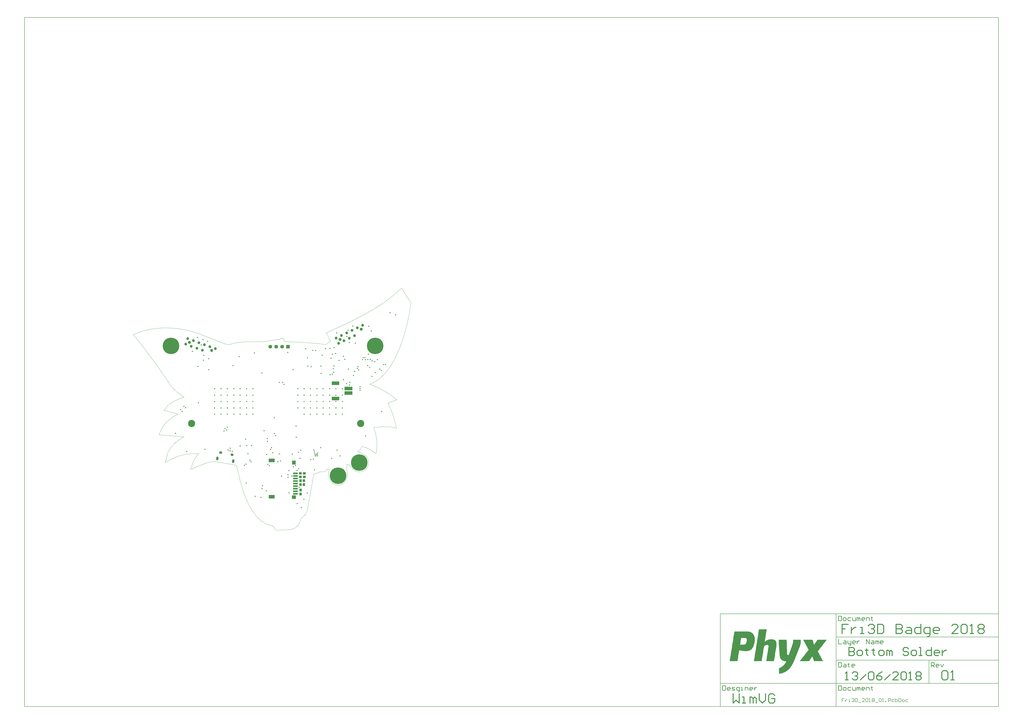
<source format=gbs>
G04*
G04 #@! TF.GenerationSoftware,Altium Limited,Altium Designer,18.1.6 (161)*
G04*
G04 Layer_Color=16711935*
%FSLAX25Y25*%
%MOIN*%
G70*
G01*
G75*
%ADD11C,0.00984*%
%ADD13C,0.00787*%
%ADD15C,0.00394*%
%ADD17C,0.01575*%
%ADD118R,0.04331X0.04724*%
%ADD121R,0.04724X0.04331*%
G04:AMPARAMS|DCode=128|XSize=64.96mil|YSize=39.37mil|CornerRadius=0mil|HoleSize=0mil|Usage=FLASHONLY|Rotation=80.000|XOffset=0mil|YOffset=0mil|HoleType=Round|Shape=Round|*
%AMOVALD128*
21,1,0.02559,0.03937,0.00000,0.00000,80.0*
1,1,0.03937,-0.00222,-0.01260*
1,1,0.03937,0.00222,0.01260*
%
%ADD128OVALD128*%

G04:AMPARAMS|DCode=129|XSize=53.15mil|YSize=41.34mil|CornerRadius=0mil|HoleSize=0mil|Usage=FLASHONLY|Rotation=170.000|XOffset=0mil|YOffset=0mil|HoleType=Round|Shape=Round|*
%AMOVALD129*
21,1,0.01181,0.04134,0.00000,0.00000,170.0*
1,1,0.04134,0.00582,-0.00103*
1,1,0.04134,-0.00582,0.00103*
%
%ADD129OVALD129*%

%ADD130C,0.04724*%
%ADD131C,0.05118*%
%ADD132C,0.27953*%
%ADD133C,0.12205*%
%ADD134C,0.00394*%
%ADD135C,0.06299*%
%ADD136R,0.06299X0.06299*%
%ADD160R,0.12598X0.05906*%
%ADD161R,0.13780X0.06299*%
%ADD162R,0.09843X0.05906*%
%ADD163R,0.06693X0.05906*%
%ADD164R,0.05906X0.06693*%
%ADD165R,0.08268X0.03150*%
%ADD166C,0.01968*%
G36*
X68297Y137618D02*
X68340D01*
Y137575D01*
X68297D01*
Y137532D01*
X68340D01*
Y137490D01*
X68383D01*
Y137447D01*
X68340D01*
Y137404D01*
X68383D01*
Y137362D01*
X68340D01*
Y137319D01*
X68383D01*
Y137276D01*
Y137234D01*
Y137191D01*
X68425D01*
Y137148D01*
Y137106D01*
Y137063D01*
X68468D01*
Y137021D01*
X68425D01*
Y136978D01*
X68468D01*
Y136935D01*
X68425D01*
Y136893D01*
X68468D01*
Y136850D01*
Y136807D01*
Y136765D01*
X68511D01*
Y136722D01*
Y136679D01*
Y136637D01*
X68553D01*
Y136594D01*
X68511D01*
Y136552D01*
X68553D01*
Y136509D01*
X68511D01*
Y136466D01*
X68553D01*
Y136424D01*
Y136381D01*
Y136338D01*
X68596D01*
Y136296D01*
Y136253D01*
Y136211D01*
X68638D01*
Y136168D01*
X68596D01*
Y136125D01*
X68638D01*
Y136083D01*
Y136040D01*
Y135997D01*
Y135955D01*
X68681D01*
Y135912D01*
Y135869D01*
Y135827D01*
Y135784D01*
X68724D01*
Y135741D01*
X68681D01*
Y135699D01*
X68724D01*
Y135656D01*
Y135614D01*
Y135571D01*
X68766D01*
Y135528D01*
Y135486D01*
Y135443D01*
Y135400D01*
Y135358D01*
X68809D01*
Y135315D01*
X68766D01*
Y135273D01*
X68809D01*
Y135230D01*
Y135187D01*
Y135145D01*
X68852D01*
Y135102D01*
Y135059D01*
Y135017D01*
Y134974D01*
Y134931D01*
X68894D01*
Y134889D01*
Y134846D01*
Y134803D01*
Y134761D01*
Y134718D01*
X68937D01*
Y134676D01*
Y134633D01*
Y134590D01*
X68980D01*
Y134548D01*
X68937D01*
Y134505D01*
X68980D01*
Y134462D01*
Y134420D01*
Y134377D01*
X69022D01*
Y134335D01*
X68980D01*
Y134292D01*
X69022D01*
Y134249D01*
Y134206D01*
Y134164D01*
X69065D01*
Y134121D01*
X69022D01*
Y134079D01*
X69065D01*
Y134036D01*
Y133993D01*
Y133951D01*
X69108D01*
Y133908D01*
X69065D01*
Y133865D01*
X69108D01*
Y133823D01*
Y133780D01*
Y133738D01*
X69150D01*
Y133695D01*
X69108D01*
Y133652D01*
X69150D01*
Y133610D01*
Y133567D01*
Y133524D01*
X69193D01*
Y133482D01*
X69150D01*
Y133439D01*
X69193D01*
Y133396D01*
X69235D01*
Y133354D01*
X69193D01*
Y133311D01*
X69235D01*
Y133268D01*
X69193D01*
Y133226D01*
X69235D01*
Y133183D01*
Y133141D01*
Y133098D01*
X69278D01*
Y133055D01*
Y133013D01*
Y132970D01*
X69321D01*
Y132927D01*
X69278D01*
Y132885D01*
X69321D01*
Y132842D01*
X69278D01*
Y132799D01*
X69321D01*
Y132757D01*
Y132714D01*
Y132672D01*
X69363D01*
Y132629D01*
Y132586D01*
Y132544D01*
X69406D01*
Y132501D01*
X69363D01*
Y132458D01*
X69406D01*
Y132416D01*
X69363D01*
Y132373D01*
X69406D01*
Y132331D01*
Y132288D01*
Y132245D01*
X69449D01*
Y132203D01*
Y132160D01*
Y132117D01*
X69491D01*
Y132075D01*
X69449D01*
Y132032D01*
X69491D01*
Y131989D01*
Y131947D01*
Y131904D01*
Y131861D01*
X69534D01*
Y131819D01*
Y131776D01*
Y131734D01*
Y131691D01*
X69577D01*
Y131648D01*
X69534D01*
Y131606D01*
X69577D01*
Y131563D01*
X69534D01*
Y131520D01*
X69577D01*
Y131478D01*
X69619D01*
Y131435D01*
Y131393D01*
Y131350D01*
Y131307D01*
Y131265D01*
X69662D01*
Y131222D01*
X69619D01*
Y131179D01*
X69662D01*
Y131137D01*
Y131094D01*
Y131051D01*
X69704D01*
Y131009D01*
Y130966D01*
Y130923D01*
Y130881D01*
Y130838D01*
X69747D01*
Y130796D01*
Y130753D01*
Y130710D01*
Y130668D01*
Y130625D01*
X69790D01*
Y130582D01*
Y130540D01*
Y130497D01*
X69832D01*
Y130455D01*
X69790D01*
Y130412D01*
X69832D01*
Y130369D01*
Y130326D01*
Y130284D01*
X69875D01*
Y130241D01*
X69832D01*
Y130199D01*
X69875D01*
Y130156D01*
X69918D01*
Y130113D01*
X69875D01*
Y130071D01*
X69918D01*
Y130028D01*
X69875D01*
Y129985D01*
X69918D01*
Y129943D01*
Y129900D01*
Y129858D01*
X69960D01*
Y129815D01*
X69918D01*
Y129772D01*
X69960D01*
Y129730D01*
Y129687D01*
Y129644D01*
X70003D01*
Y129602D01*
X69960D01*
Y129559D01*
X70003D01*
Y129516D01*
Y129474D01*
Y129431D01*
X70046D01*
Y129388D01*
X70003D01*
Y129346D01*
X70046D01*
Y129303D01*
X70088D01*
Y129261D01*
X70046D01*
Y129218D01*
X70088D01*
Y129175D01*
X70046D01*
Y129133D01*
X70088D01*
Y129090D01*
Y129047D01*
Y129005D01*
X70131D01*
Y128962D01*
Y128919D01*
Y128877D01*
X70173D01*
Y128834D01*
X70131D01*
Y128792D01*
X70173D01*
Y128749D01*
X70131D01*
Y128706D01*
X70173D01*
Y128664D01*
Y128621D01*
Y128578D01*
X70216D01*
Y128536D01*
Y128493D01*
Y128451D01*
X70259D01*
Y128408D01*
X70216D01*
Y128365D01*
X70259D01*
Y128323D01*
X70216D01*
Y128280D01*
X70259D01*
Y128237D01*
Y128195D01*
Y128152D01*
X70301D01*
Y128109D01*
Y128067D01*
Y128024D01*
X70344D01*
Y127981D01*
X70301D01*
Y127939D01*
X70344D01*
Y127896D01*
Y127854D01*
Y127811D01*
Y127768D01*
X70387D01*
Y127726D01*
Y127683D01*
Y127640D01*
Y127598D01*
X70429D01*
Y127555D01*
X70387D01*
Y127513D01*
X70429D01*
Y127470D01*
Y127427D01*
Y127385D01*
X70472D01*
Y127342D01*
Y127299D01*
Y127257D01*
Y127214D01*
Y127171D01*
X70515D01*
Y127129D01*
X70472D01*
Y127086D01*
X70515D01*
Y127043D01*
Y127001D01*
Y126958D01*
X70557D01*
Y126916D01*
Y126873D01*
Y126830D01*
Y126788D01*
Y126745D01*
X70600D01*
Y126702D01*
Y126660D01*
Y126617D01*
Y126575D01*
Y126532D01*
X70642D01*
Y126489D01*
Y126447D01*
Y126404D01*
X70685D01*
Y126447D01*
Y126489D01*
Y126532D01*
X70728D01*
Y126575D01*
Y126617D01*
Y126660D01*
X70770D01*
Y126702D01*
X70728D01*
Y126745D01*
X70770D01*
Y126788D01*
Y126830D01*
Y126873D01*
X70813D01*
Y126916D01*
X70770D01*
Y126958D01*
X70813D01*
Y127001D01*
Y127043D01*
Y127086D01*
X70856D01*
Y127129D01*
X70813D01*
Y127171D01*
X70856D01*
Y127214D01*
Y127257D01*
Y127299D01*
X70898D01*
Y127342D01*
X70856D01*
Y127385D01*
X70898D01*
Y127427D01*
X70941D01*
Y127470D01*
X70898D01*
Y127513D01*
X70941D01*
Y127555D01*
X70898D01*
Y127598D01*
X70941D01*
Y127640D01*
Y127683D01*
Y127726D01*
X70983D01*
Y127768D01*
Y127811D01*
Y127854D01*
X71026D01*
Y127896D01*
X70983D01*
Y127939D01*
X71026D01*
Y127981D01*
Y128024D01*
Y128067D01*
Y128109D01*
X71069D01*
Y128152D01*
Y128195D01*
Y128237D01*
Y128280D01*
X71111D01*
Y128323D01*
X71069D01*
Y128365D01*
X71111D01*
Y128408D01*
Y128451D01*
Y128493D01*
X71154D01*
Y128536D01*
Y128578D01*
Y128621D01*
Y128664D01*
Y128706D01*
X71197D01*
Y128749D01*
X71154D01*
Y128792D01*
X71197D01*
Y128834D01*
Y128877D01*
Y128919D01*
X71239D01*
Y128962D01*
Y129005D01*
Y129047D01*
X71282D01*
Y129090D01*
X71239D01*
Y129133D01*
X71282D01*
Y129175D01*
Y129218D01*
Y129261D01*
X71325D01*
Y129303D01*
X71282D01*
Y129346D01*
X71325D01*
Y129388D01*
Y129431D01*
Y129474D01*
X71367D01*
Y129516D01*
X71325D01*
Y129559D01*
X71367D01*
Y129602D01*
Y129644D01*
Y129687D01*
X71410D01*
Y129730D01*
Y129772D01*
Y129815D01*
X71452D01*
Y129858D01*
X71410D01*
Y129900D01*
X71452D01*
Y129943D01*
X71410D01*
Y129985D01*
X71452D01*
Y130028D01*
Y130071D01*
Y130113D01*
X71495D01*
Y130156D01*
Y130199D01*
Y130241D01*
X72561D01*
Y130199D01*
X72518D01*
Y130156D01*
X72561D01*
Y130113D01*
Y130071D01*
Y130028D01*
X72604D01*
Y129985D01*
Y129943D01*
Y129900D01*
Y129858D01*
Y129815D01*
X72646D01*
Y129772D01*
Y129730D01*
Y129687D01*
Y129644D01*
Y129602D01*
X72689D01*
Y129559D01*
Y129516D01*
Y129474D01*
X72732D01*
Y129431D01*
X72689D01*
Y129388D01*
X72732D01*
Y129346D01*
Y129303D01*
Y129261D01*
X72774D01*
Y129218D01*
X72732D01*
Y129175D01*
X72774D01*
Y129133D01*
X72817D01*
Y129090D01*
X72774D01*
Y129047D01*
X72817D01*
Y129005D01*
X72774D01*
Y128962D01*
X72817D01*
Y128919D01*
Y128877D01*
Y128834D01*
X72860D01*
Y128792D01*
Y128749D01*
Y128706D01*
X72902D01*
Y128664D01*
X72860D01*
Y128621D01*
X72902D01*
Y128578D01*
X72860D01*
Y128536D01*
X72902D01*
Y128493D01*
Y128451D01*
Y128408D01*
X72945D01*
Y128365D01*
Y128323D01*
Y128280D01*
X72988D01*
Y128237D01*
X72945D01*
Y128195D01*
X72988D01*
Y128152D01*
X72945D01*
Y128109D01*
X72988D01*
Y128067D01*
Y128024D01*
Y127981D01*
X73030D01*
Y127939D01*
Y127896D01*
Y127854D01*
X73073D01*
Y127811D01*
X73030D01*
Y127768D01*
X73073D01*
Y127726D01*
Y127683D01*
Y127640D01*
Y127598D01*
X73115D01*
Y127555D01*
Y127513D01*
Y127470D01*
Y127427D01*
X73158D01*
Y127385D01*
X73115D01*
Y127342D01*
X73158D01*
Y127299D01*
Y127257D01*
Y127214D01*
X73201D01*
Y127171D01*
Y127129D01*
Y127086D01*
X73243D01*
Y127043D01*
X73201D01*
Y127001D01*
X73243D01*
Y126958D01*
Y126916D01*
Y126873D01*
Y126830D01*
Y126788D01*
X73286D01*
Y126745D01*
Y126702D01*
Y126660D01*
X73329D01*
Y126617D01*
X73286D01*
Y126575D01*
X73329D01*
Y126532D01*
Y126489D01*
Y126447D01*
X73371D01*
Y126489D01*
X73414D01*
Y126532D01*
X73371D01*
Y126575D01*
X73414D01*
Y126617D01*
X73371D01*
Y126660D01*
X73414D01*
Y126702D01*
Y126745D01*
Y126788D01*
Y126830D01*
Y126873D01*
Y126916D01*
Y126958D01*
X73457D01*
Y127001D01*
X73414D01*
Y127043D01*
X73457D01*
Y127086D01*
Y127129D01*
Y127171D01*
Y127214D01*
Y127257D01*
X73499D01*
Y127299D01*
X73457D01*
Y127342D01*
X73499D01*
Y127385D01*
X73457D01*
Y127427D01*
X73499D01*
Y127470D01*
Y127513D01*
Y127555D01*
Y127598D01*
Y127640D01*
X73542D01*
Y127683D01*
X73499D01*
Y127726D01*
X73542D01*
Y127768D01*
Y127811D01*
Y127854D01*
Y127896D01*
Y127939D01*
X73584D01*
Y127981D01*
X73542D01*
Y128024D01*
X73584D01*
Y128067D01*
X73542D01*
Y128109D01*
X73584D01*
Y128152D01*
X73542D01*
Y128195D01*
X73584D01*
Y128237D01*
Y128280D01*
Y128323D01*
X73627D01*
Y128365D01*
X73584D01*
Y128408D01*
X73627D01*
Y128451D01*
Y128493D01*
Y128536D01*
Y128578D01*
Y128621D01*
X73670D01*
Y128664D01*
X73627D01*
Y128706D01*
X73670D01*
Y128749D01*
X73627D01*
Y128792D01*
X73670D01*
Y128834D01*
Y128877D01*
Y128919D01*
Y128962D01*
Y129005D01*
Y129047D01*
Y129090D01*
X73712D01*
Y129133D01*
X73670D01*
Y129175D01*
X73712D01*
Y129218D01*
Y129261D01*
Y129303D01*
Y129346D01*
Y129388D01*
X73755D01*
Y129431D01*
X73712D01*
Y129474D01*
X73755D01*
Y129516D01*
X73712D01*
Y129559D01*
X73755D01*
Y129602D01*
Y129644D01*
Y129687D01*
Y129730D01*
Y129772D01*
Y129815D01*
Y129858D01*
X73798D01*
Y129900D01*
X73755D01*
Y129943D01*
X73798D01*
Y129985D01*
Y130028D01*
Y130071D01*
Y130113D01*
Y130156D01*
X73840D01*
Y130199D01*
X73798D01*
Y130241D01*
X73840D01*
Y130284D01*
X73798D01*
Y130326D01*
X73840D01*
Y130369D01*
Y130412D01*
Y130455D01*
Y130497D01*
Y130540D01*
X73883D01*
Y130582D01*
Y130625D01*
Y130668D01*
Y130710D01*
Y130753D01*
Y130796D01*
Y130838D01*
X73926D01*
Y130881D01*
X73883D01*
Y130923D01*
X73926D01*
Y130966D01*
X73883D01*
Y131009D01*
X73926D01*
Y131051D01*
X73883D01*
Y131094D01*
X73926D01*
Y131137D01*
Y131179D01*
Y131222D01*
X73968D01*
Y131265D01*
X73926D01*
Y131307D01*
X73968D01*
Y131350D01*
Y131393D01*
Y131435D01*
Y131478D01*
Y131520D01*
X74011D01*
Y131563D01*
X73968D01*
Y131606D01*
X74011D01*
Y131648D01*
X73968D01*
Y131691D01*
X74011D01*
Y131734D01*
Y131776D01*
Y131819D01*
Y131861D01*
Y131904D01*
Y131947D01*
Y131989D01*
X74053D01*
Y132032D01*
X74011D01*
Y132075D01*
X74053D01*
Y132117D01*
Y132160D01*
Y132203D01*
Y132245D01*
Y132288D01*
X74096D01*
Y132245D01*
X74224D01*
Y132288D01*
X74267D01*
Y132245D01*
X74395D01*
Y132288D01*
X74437D01*
Y132245D01*
X74565D01*
Y132288D01*
X74608D01*
Y132245D01*
X74736D01*
Y132288D01*
X74778D01*
Y132245D01*
X74906D01*
Y132288D01*
X74949D01*
Y132245D01*
X74991D01*
Y132203D01*
X75034D01*
Y132160D01*
X74991D01*
Y132117D01*
X75034D01*
Y132075D01*
X74991D01*
Y132032D01*
Y131989D01*
Y131947D01*
X74949D01*
Y131904D01*
Y131861D01*
Y131819D01*
Y131776D01*
Y131734D01*
Y131691D01*
Y131648D01*
X74906D01*
Y131606D01*
X74949D01*
Y131563D01*
X74906D01*
Y131520D01*
Y131478D01*
Y131435D01*
Y131393D01*
Y131350D01*
X74863D01*
Y131307D01*
Y131265D01*
Y131222D01*
Y131179D01*
Y131137D01*
X74821D01*
Y131094D01*
X74863D01*
Y131051D01*
X74821D01*
Y131009D01*
X74863D01*
Y130966D01*
X74821D01*
Y130923D01*
Y130881D01*
Y130838D01*
Y130796D01*
Y130753D01*
X74778D01*
Y130710D01*
Y130668D01*
Y130625D01*
Y130582D01*
Y130540D01*
X74736D01*
Y130497D01*
X74778D01*
Y130455D01*
X74736D01*
Y130412D01*
X74778D01*
Y130369D01*
X74736D01*
Y130326D01*
Y130284D01*
Y130241D01*
Y130199D01*
Y130156D01*
X74693D01*
Y130199D01*
X74650D01*
Y130156D01*
X74693D01*
Y130113D01*
Y130071D01*
Y130028D01*
X74650D01*
Y129985D01*
X74693D01*
Y129943D01*
X74650D01*
Y129900D01*
X74693D01*
Y129858D01*
X74650D01*
Y129815D01*
X74693D01*
Y129772D01*
X74650D01*
Y129730D01*
Y129687D01*
Y129644D01*
X74608D01*
Y129602D01*
X74650D01*
Y129559D01*
X74608D01*
Y129516D01*
Y129474D01*
Y129431D01*
X74565D01*
Y129388D01*
X74608D01*
Y129346D01*
X74565D01*
Y129303D01*
X74608D01*
Y129261D01*
X74565D01*
Y129218D01*
Y129175D01*
Y129133D01*
Y129090D01*
Y129047D01*
X74522D01*
Y129005D01*
Y128962D01*
Y128919D01*
Y128877D01*
Y128834D01*
X74480D01*
Y128792D01*
X74522D01*
Y128749D01*
X74480D01*
Y128706D01*
X74522D01*
Y128664D01*
X74480D01*
Y128621D01*
Y128578D01*
Y128536D01*
X74437D01*
Y128493D01*
X74480D01*
Y128451D01*
X74437D01*
Y128408D01*
Y128365D01*
Y128323D01*
Y128280D01*
Y128237D01*
X74395D01*
Y128195D01*
X74437D01*
Y128152D01*
X74395D01*
Y128109D01*
X74437D01*
Y128067D01*
X74395D01*
Y128024D01*
Y127981D01*
Y127939D01*
X74352D01*
Y127896D01*
X74395D01*
Y127854D01*
X74352D01*
Y127811D01*
X74309D01*
Y127768D01*
X74352D01*
Y127726D01*
Y127683D01*
Y127640D01*
X74309D01*
Y127598D01*
X74352D01*
Y127555D01*
X74309D01*
Y127513D01*
Y127470D01*
Y127427D01*
Y127385D01*
Y127342D01*
X74267D01*
Y127299D01*
Y127257D01*
Y127214D01*
Y127171D01*
Y127129D01*
X74224D01*
Y127086D01*
X74267D01*
Y127043D01*
X74224D01*
Y127001D01*
X74267D01*
Y126958D01*
X74224D01*
Y126916D01*
Y126873D01*
Y126830D01*
Y126788D01*
Y126745D01*
X74181D01*
Y126702D01*
Y126660D01*
Y126617D01*
X74139D01*
Y126575D01*
X74181D01*
Y126532D01*
X74139D01*
Y126489D01*
X74181D01*
Y126447D01*
X74139D01*
Y126404D01*
X74181D01*
Y126361D01*
X74139D01*
Y126319D01*
Y126276D01*
Y126233D01*
Y126191D01*
Y126148D01*
X74096D01*
Y126105D01*
Y126063D01*
Y126020D01*
X74053D01*
Y125978D01*
X74096D01*
Y125935D01*
X74053D01*
Y125892D01*
X74096D01*
Y125850D01*
X74053D01*
Y125807D01*
X74096D01*
Y125764D01*
X74053D01*
Y125722D01*
Y125679D01*
Y125636D01*
X74011D01*
Y125594D01*
Y125551D01*
Y125508D01*
Y125466D01*
Y125423D01*
X73968D01*
Y125381D01*
X74011D01*
Y125338D01*
X73968D01*
Y125295D01*
X74011D01*
Y125253D01*
X73968D01*
Y125210D01*
Y125167D01*
Y125125D01*
X73926D01*
Y125082D01*
X73968D01*
Y125040D01*
X73926D01*
Y124997D01*
X73883D01*
Y124954D01*
X73840D01*
Y124997D01*
X73798D01*
Y124954D01*
X73755D01*
Y124997D01*
X73712D01*
Y124954D01*
X73670D01*
Y124997D01*
X73627D01*
Y124954D01*
X73584D01*
Y124997D01*
X73542D01*
Y124954D01*
X73499D01*
Y124997D01*
X73457D01*
Y124954D01*
X73414D01*
Y124997D01*
X73371D01*
Y124954D01*
X73329D01*
Y124997D01*
X73286D01*
Y124954D01*
X73243D01*
Y124997D01*
X73201D01*
Y124954D01*
X73158D01*
Y124997D01*
X73115D01*
Y124954D01*
X73073D01*
Y124997D01*
X72945D01*
Y125040D01*
X72988D01*
Y125082D01*
X72945D01*
Y125125D01*
X72988D01*
Y125167D01*
X72945D01*
Y125210D01*
Y125253D01*
Y125295D01*
X72902D01*
Y125338D01*
Y125381D01*
Y125423D01*
X72860D01*
Y125466D01*
X72902D01*
Y125508D01*
X72860D01*
Y125551D01*
Y125594D01*
Y125636D01*
Y125679D01*
Y125722D01*
X72817D01*
Y125764D01*
Y125807D01*
Y125850D01*
X72774D01*
Y125892D01*
X72817D01*
Y125935D01*
X72774D01*
Y125978D01*
Y126020D01*
Y126063D01*
X72732D01*
Y126105D01*
Y126148D01*
Y126191D01*
X72689D01*
Y126233D01*
X72732D01*
Y126276D01*
X72689D01*
Y126319D01*
Y126361D01*
Y126404D01*
X72646D01*
Y126447D01*
Y126489D01*
Y126532D01*
X72604D01*
Y126575D01*
X72646D01*
Y126617D01*
X72604D01*
Y126660D01*
X72646D01*
Y126702D01*
X72604D01*
Y126745D01*
Y126788D01*
Y126830D01*
X72561D01*
Y126873D01*
Y126916D01*
Y126958D01*
X72518D01*
Y127001D01*
X72561D01*
Y127043D01*
X72518D01*
Y127086D01*
Y127129D01*
Y127171D01*
X72476D01*
Y127214D01*
Y127257D01*
Y127299D01*
Y127342D01*
Y127385D01*
X72433D01*
Y127427D01*
X72476D01*
Y127470D01*
X72433D01*
Y127513D01*
X72391D01*
Y127555D01*
Y127598D01*
Y127640D01*
Y127683D01*
Y127726D01*
X72348D01*
Y127768D01*
X72391D01*
Y127811D01*
X72348D01*
Y127854D01*
Y127896D01*
Y127939D01*
X72305D01*
Y127981D01*
Y128024D01*
Y128067D01*
X72263D01*
Y128109D01*
X72305D01*
Y128152D01*
X72263D01*
Y128195D01*
Y128237D01*
Y128280D01*
Y128323D01*
Y128365D01*
X72220D01*
Y128408D01*
Y128451D01*
Y128493D01*
X72177D01*
Y128536D01*
X72220D01*
Y128578D01*
X72177D01*
Y128621D01*
Y128664D01*
Y128706D01*
X72135D01*
Y128749D01*
Y128792D01*
Y128834D01*
X72092D01*
Y128877D01*
X72135D01*
Y128919D01*
X72092D01*
Y128962D01*
Y129005D01*
Y129047D01*
X72049D01*
Y129090D01*
Y129133D01*
Y129175D01*
X72007D01*
Y129133D01*
X71964D01*
Y129090D01*
Y129047D01*
Y129005D01*
X71921D01*
Y128962D01*
X71964D01*
Y128919D01*
X71921D01*
Y128877D01*
Y128834D01*
Y128792D01*
X71879D01*
Y128749D01*
Y128706D01*
Y128664D01*
X71836D01*
Y128621D01*
X71879D01*
Y128578D01*
X71836D01*
Y128536D01*
Y128493D01*
Y128451D01*
X71794D01*
Y128408D01*
Y128365D01*
Y128323D01*
X71751D01*
Y128280D01*
X71794D01*
Y128237D01*
X71751D01*
Y128195D01*
Y128152D01*
Y128109D01*
Y128067D01*
Y128024D01*
X71708D01*
Y127981D01*
Y127939D01*
Y127896D01*
X71666D01*
Y127854D01*
X71708D01*
Y127811D01*
X71666D01*
Y127768D01*
Y127726D01*
Y127683D01*
X71623D01*
Y127640D01*
Y127598D01*
Y127555D01*
X71580D01*
Y127513D01*
X71623D01*
Y127470D01*
X71580D01*
Y127427D01*
X71623D01*
Y127385D01*
X71580D01*
Y127342D01*
X71538D01*
Y127299D01*
Y127257D01*
Y127214D01*
Y127171D01*
Y127129D01*
X71495D01*
Y127086D01*
X71538D01*
Y127043D01*
X71495D01*
Y127001D01*
Y126958D01*
Y126916D01*
X71452D01*
Y126873D01*
Y126830D01*
Y126788D01*
X71410D01*
Y126745D01*
X71452D01*
Y126702D01*
X71410D01*
Y126660D01*
Y126617D01*
Y126575D01*
X71367D01*
Y126532D01*
X71410D01*
Y126489D01*
X71367D01*
Y126447D01*
X71325D01*
Y126404D01*
X71367D01*
Y126361D01*
X71325D01*
Y126319D01*
X71367D01*
Y126276D01*
X71325D01*
Y126233D01*
Y126191D01*
Y126148D01*
X71282D01*
Y126105D01*
X71239D01*
Y126063D01*
X71282D01*
Y126020D01*
X71239D01*
Y125978D01*
X71282D01*
Y125935D01*
X71239D01*
Y125892D01*
Y125850D01*
Y125807D01*
X71197D01*
Y125764D01*
Y125722D01*
Y125679D01*
X71154D01*
Y125636D01*
X71197D01*
Y125594D01*
X71154D01*
Y125551D01*
Y125508D01*
Y125466D01*
X71111D01*
Y125423D01*
Y125381D01*
Y125338D01*
Y125295D01*
Y125253D01*
X71069D01*
Y125210D01*
X71111D01*
Y125167D01*
X71069D01*
Y125125D01*
Y125082D01*
Y125040D01*
X71026D01*
Y124997D01*
X70983D01*
Y124954D01*
X70941D01*
Y124997D01*
X70898D01*
Y124954D01*
X70856D01*
Y124997D01*
X70813D01*
Y124954D01*
X70770D01*
Y124997D01*
X70728D01*
Y124954D01*
X70685D01*
Y124997D01*
X70642D01*
Y124954D01*
X70600D01*
Y124997D01*
X70557D01*
Y124954D01*
X70515D01*
Y124997D01*
X70472D01*
Y124954D01*
X70429D01*
Y124997D01*
X70387D01*
Y124954D01*
X70344D01*
Y124997D01*
X70301D01*
Y124954D01*
X70259D01*
Y124997D01*
X70216D01*
Y124954D01*
X70173D01*
Y124997D01*
X70131D01*
Y124954D01*
X70088D01*
Y124997D01*
X70046D01*
Y125040D01*
X70088D01*
Y125082D01*
X70046D01*
Y125125D01*
X70088D01*
Y125167D01*
X70046D01*
Y125210D01*
Y125253D01*
Y125295D01*
X70003D01*
Y125338D01*
Y125381D01*
Y125423D01*
X69960D01*
Y125466D01*
X70003D01*
Y125508D01*
X69960D01*
Y125551D01*
Y125594D01*
Y125636D01*
Y125679D01*
Y125722D01*
X69918D01*
Y125764D01*
Y125807D01*
Y125850D01*
X69875D01*
Y125892D01*
X69918D01*
Y125935D01*
X69875D01*
Y125978D01*
Y126020D01*
Y126063D01*
Y126105D01*
Y126148D01*
X69832D01*
Y126191D01*
Y126233D01*
Y126276D01*
X69790D01*
Y126319D01*
X69832D01*
Y126361D01*
X69790D01*
Y126404D01*
Y126447D01*
Y126489D01*
X69747D01*
Y126532D01*
Y126575D01*
Y126617D01*
X69704D01*
Y126660D01*
X69747D01*
Y126702D01*
X69704D01*
Y126745D01*
X69747D01*
Y126788D01*
X69704D01*
Y126830D01*
X69662D01*
Y126873D01*
Y126916D01*
Y126958D01*
Y127001D01*
Y127043D01*
X69619D01*
Y127086D01*
X69662D01*
Y127129D01*
X69619D01*
Y127171D01*
Y127214D01*
Y127257D01*
X69577D01*
Y127299D01*
Y127342D01*
Y127385D01*
X69534D01*
Y127427D01*
X69577D01*
Y127470D01*
X69534D01*
Y127513D01*
Y127555D01*
Y127598D01*
Y127640D01*
Y127683D01*
X69491D01*
Y127726D01*
Y127768D01*
Y127811D01*
X69449D01*
Y127854D01*
X69491D01*
Y127896D01*
X69449D01*
Y127939D01*
Y127981D01*
Y128024D01*
X69406D01*
Y128067D01*
Y128109D01*
Y128152D01*
Y128195D01*
Y128237D01*
X69363D01*
Y128280D01*
X69406D01*
Y128323D01*
X69363D01*
Y128365D01*
Y128408D01*
Y128451D01*
X69321D01*
Y128493D01*
Y128536D01*
Y128578D01*
X69278D01*
Y128621D01*
X69321D01*
Y128664D01*
X69278D01*
Y128706D01*
Y128749D01*
Y128792D01*
X69235D01*
Y128834D01*
X69278D01*
Y128877D01*
X69235D01*
Y128919D01*
Y128962D01*
Y129005D01*
X69193D01*
Y129047D01*
X69235D01*
Y129090D01*
X69193D01*
Y129133D01*
Y129175D01*
Y129218D01*
X69150D01*
Y129261D01*
Y129303D01*
Y129346D01*
X69108D01*
Y129388D01*
X69150D01*
Y129431D01*
X69108D01*
Y129474D01*
X69150D01*
Y129516D01*
X69108D01*
Y129559D01*
Y129602D01*
Y129644D01*
X69065D01*
Y129687D01*
Y129730D01*
Y129772D01*
X69022D01*
Y129815D01*
X69065D01*
Y129858D01*
X69022D01*
Y129900D01*
Y129943D01*
Y129985D01*
Y130028D01*
Y130071D01*
X68980D01*
Y130113D01*
Y130156D01*
Y130199D01*
X68937D01*
Y130241D01*
X68980D01*
Y130284D01*
X68937D01*
Y130326D01*
Y130369D01*
Y130412D01*
X68894D01*
Y130455D01*
X68852D01*
Y130497D01*
X68894D01*
Y130540D01*
X68852D01*
Y130582D01*
X68894D01*
Y130625D01*
X68852D01*
Y130668D01*
X68894D01*
Y130710D01*
X68852D01*
Y130753D01*
X68809D01*
Y130796D01*
Y130838D01*
Y130881D01*
Y130923D01*
Y130966D01*
X68766D01*
Y131009D01*
X68809D01*
Y131051D01*
X68766D01*
Y131094D01*
Y131137D01*
Y131179D01*
X68724D01*
Y131222D01*
Y131265D01*
Y131307D01*
X68681D01*
Y131350D01*
X68724D01*
Y131393D01*
X68681D01*
Y131435D01*
Y131478D01*
Y131520D01*
Y131563D01*
Y131606D01*
X68638D01*
Y131648D01*
Y131691D01*
Y131734D01*
X68596D01*
Y131776D01*
X68638D01*
Y131819D01*
X68596D01*
Y131861D01*
Y131904D01*
Y131947D01*
X68553D01*
Y131989D01*
X68596D01*
Y132032D01*
X68553D01*
Y132075D01*
Y132117D01*
Y132160D01*
X68511D01*
Y132203D01*
X68553D01*
Y132245D01*
X68511D01*
Y132288D01*
Y132331D01*
Y132373D01*
X68468D01*
Y132416D01*
Y132458D01*
Y132501D01*
X68425D01*
Y132544D01*
X68468D01*
Y132586D01*
X68425D01*
Y132629D01*
X68468D01*
Y132672D01*
X68425D01*
Y132714D01*
X68383D01*
Y132757D01*
X68425D01*
Y132799D01*
X68383D01*
Y132842D01*
Y132885D01*
Y132927D01*
X68340D01*
Y132970D01*
X68383D01*
Y133013D01*
X68340D01*
Y133055D01*
Y133098D01*
Y133141D01*
X68297D01*
Y133183D01*
Y133226D01*
Y133268D01*
X68255D01*
Y133311D01*
X68297D01*
Y133354D01*
X68255D01*
Y133396D01*
X68297D01*
Y133439D01*
X68255D01*
Y133482D01*
Y133524D01*
Y133567D01*
X68212D01*
Y133610D01*
Y133652D01*
Y133695D01*
X68169D01*
Y133738D01*
X68212D01*
Y133780D01*
X68169D01*
Y133823D01*
Y133865D01*
Y133908D01*
Y133951D01*
Y133993D01*
X68127D01*
Y134036D01*
Y134079D01*
Y134121D01*
X68084D01*
Y134164D01*
X68127D01*
Y134206D01*
X68084D01*
Y134249D01*
Y134292D01*
Y134335D01*
X68041D01*
Y134377D01*
Y134420D01*
Y134462D01*
Y134505D01*
Y134548D01*
X67999D01*
Y134590D01*
X68041D01*
Y134633D01*
X67999D01*
Y134676D01*
X67956D01*
Y134718D01*
X67999D01*
Y134761D01*
X67956D01*
Y134803D01*
Y134846D01*
Y134889D01*
X67914D01*
Y134931D01*
X67956D01*
Y134974D01*
X67914D01*
Y135017D01*
Y135059D01*
Y135102D01*
X67871D01*
Y135145D01*
Y135187D01*
Y135230D01*
X67828D01*
Y135273D01*
X67871D01*
Y135315D01*
X67828D01*
Y135358D01*
X67871D01*
Y135400D01*
X67828D01*
Y135443D01*
Y135486D01*
Y135528D01*
X67786D01*
Y135571D01*
Y135614D01*
Y135656D01*
X67743D01*
Y135699D01*
X67786D01*
Y135741D01*
X67743D01*
Y135784D01*
Y135827D01*
Y135869D01*
Y135912D01*
Y135955D01*
X67700D01*
Y135997D01*
Y136040D01*
Y136083D01*
X67658D01*
Y136125D01*
X67700D01*
Y136168D01*
X67658D01*
Y136211D01*
Y136253D01*
Y136296D01*
X67615D01*
Y136338D01*
Y136381D01*
Y136424D01*
X67572D01*
Y136466D01*
X67615D01*
Y136509D01*
X67572D01*
Y136552D01*
X67615D01*
Y136594D01*
X67572D01*
Y136637D01*
Y136679D01*
Y136722D01*
X67530D01*
Y136765D01*
Y136807D01*
Y136850D01*
X67487D01*
Y136893D01*
X67530D01*
Y136935D01*
X67487D01*
Y136978D01*
X67530D01*
Y137021D01*
X67487D01*
Y137063D01*
X67445D01*
Y137106D01*
Y137148D01*
Y137191D01*
X67402D01*
Y137234D01*
X67445D01*
Y137276D01*
X67402D01*
Y137319D01*
X67445D01*
Y137362D01*
X67402D01*
Y137404D01*
Y137447D01*
Y137490D01*
X67359D01*
Y137532D01*
Y137575D01*
Y137618D01*
X67317D01*
Y137660D01*
X68297D01*
Y137618D01*
D02*
G37*
G36*
X69235Y128749D02*
X69193D01*
Y128792D01*
X69235D01*
Y128749D01*
D02*
G37*
G36*
X938794Y-186079D02*
X938507D01*
Y-186365D01*
X938221D01*
Y-186652D01*
Y-186938D01*
X937935D01*
Y-187224D01*
X937649D01*
Y-187511D01*
X937362D01*
Y-187797D01*
Y-188083D01*
X937076D01*
Y-188370D01*
X936790D01*
Y-188656D01*
X936503D01*
Y-188942D01*
X936217D01*
Y-189229D01*
Y-189515D01*
X935931D01*
Y-189801D01*
X935644D01*
Y-190088D01*
X935358D01*
Y-190374D01*
Y-190660D01*
X935072D01*
Y-190946D01*
X934785D01*
Y-191233D01*
X934499D01*
Y-191519D01*
X934213D01*
Y-191806D01*
Y-192092D01*
X933926D01*
Y-192378D01*
X933640D01*
Y-192664D01*
X933354D01*
Y-192951D01*
Y-193237D01*
X933068D01*
Y-193523D01*
X932781D01*
Y-193810D01*
X932495D01*
Y-194096D01*
Y-194382D01*
X932209D01*
Y-194669D01*
X931922D01*
Y-194955D01*
X931636D01*
Y-195241D01*
X931350D01*
Y-195528D01*
Y-195814D01*
X931063D01*
Y-196100D01*
X930777D01*
Y-196387D01*
X930491D01*
Y-196673D01*
Y-196959D01*
X930204D01*
Y-197245D01*
X929918D01*
Y-197532D01*
X929632D01*
Y-197818D01*
Y-198104D01*
X929346D01*
Y-198391D01*
X929059D01*
Y-198677D01*
X928773D01*
Y-198963D01*
X928487D01*
Y-199250D01*
Y-199536D01*
X928200D01*
Y-199822D01*
X927914D01*
Y-200109D01*
X927628D01*
Y-200395D01*
Y-200681D01*
X927341D01*
Y-200968D01*
X927055D01*
Y-201254D01*
X926769D01*
Y-201540D01*
Y-201826D01*
X926482D01*
Y-202113D01*
X926196D01*
Y-202399D01*
X925910D01*
Y-202685D01*
X925623D01*
Y-202972D01*
Y-203258D01*
X925337D01*
Y-203544D01*
X925051D01*
Y-203831D01*
X924765D01*
Y-204117D01*
Y-204403D01*
X924478D01*
Y-204690D01*
X924192D01*
Y-204976D01*
X923906D01*
Y-205262D01*
X923619D01*
Y-205549D01*
Y-205835D01*
X923906D01*
Y-206121D01*
Y-206407D01*
X924192D01*
Y-206694D01*
Y-206980D01*
X924478D01*
Y-207266D01*
X924765D01*
Y-207553D01*
Y-207839D01*
X925051D01*
Y-208125D01*
Y-208412D01*
X925337D01*
Y-208698D01*
Y-208984D01*
X925623D01*
Y-209271D01*
Y-209557D01*
X925910D01*
Y-209843D01*
Y-210129D01*
X926196D01*
Y-210416D01*
Y-210702D01*
X926482D01*
Y-210988D01*
Y-211275D01*
X926769D01*
Y-211561D01*
Y-211847D01*
X927055D01*
Y-212134D01*
X927341D01*
Y-212420D01*
Y-212706D01*
X927628D01*
Y-212993D01*
Y-213279D01*
X927914D01*
Y-213565D01*
Y-213851D01*
X928200D01*
Y-214138D01*
Y-214424D01*
X928487D01*
Y-214710D01*
Y-214997D01*
X928773D01*
Y-215283D01*
Y-215569D01*
X929059D01*
Y-215856D01*
Y-216142D01*
X929346D01*
Y-216428D01*
X929632D01*
Y-216715D01*
Y-217001D01*
X929918D01*
Y-217287D01*
Y-217574D01*
X930204D01*
Y-217860D01*
Y-218146D01*
X930491D01*
Y-218433D01*
Y-218719D01*
X930777D01*
Y-219005D01*
Y-219291D01*
X931063D01*
Y-219578D01*
Y-219864D01*
X931350D01*
Y-220150D01*
Y-220437D01*
X931636D01*
Y-220723D01*
X931922D01*
Y-221009D01*
Y-221296D01*
X932209D01*
Y-221582D01*
Y-221868D01*
X932495D01*
Y-222155D01*
X917320D01*
Y-221868D01*
X917034D01*
Y-221582D01*
Y-221296D01*
Y-221009D01*
X916748D01*
Y-220723D01*
Y-220437D01*
Y-220150D01*
X916461D01*
Y-219864D01*
Y-219578D01*
X916175D01*
Y-219291D01*
Y-219005D01*
Y-218719D01*
X915889D01*
Y-218433D01*
Y-218146D01*
Y-217860D01*
X915602D01*
Y-217574D01*
Y-217287D01*
X915316D01*
Y-217001D01*
Y-216715D01*
Y-216428D01*
X915030D01*
Y-216142D01*
Y-215856D01*
Y-215569D01*
X914744D01*
Y-215283D01*
Y-214997D01*
Y-214710D01*
X914457D01*
Y-214424D01*
X913885D01*
Y-214710D01*
Y-214997D01*
X913598D01*
Y-215283D01*
X913312D01*
Y-215569D01*
Y-215856D01*
X913026D01*
Y-216142D01*
X912739D01*
Y-216428D01*
Y-216715D01*
X912453D01*
Y-217001D01*
X912167D01*
Y-217287D01*
Y-217574D01*
X911880D01*
Y-217860D01*
X911594D01*
Y-218146D01*
X911308D01*
Y-218433D01*
Y-218719D01*
X911022D01*
Y-219005D01*
X910735D01*
Y-219291D01*
Y-219578D01*
X910449D01*
Y-219864D01*
X910163D01*
Y-220150D01*
Y-220437D01*
X909876D01*
Y-220723D01*
X909590D01*
Y-221009D01*
Y-221296D01*
X909304D01*
Y-221582D01*
X909017D01*
Y-221868D01*
Y-222155D01*
X892984D01*
Y-221868D01*
X893270D01*
Y-221582D01*
X893556D01*
Y-221296D01*
X893843D01*
Y-221009D01*
X894129D01*
Y-220723D01*
Y-220437D01*
X894415D01*
Y-220150D01*
X894702D01*
Y-219864D01*
X894988D01*
Y-219578D01*
X895274D01*
Y-219291D01*
Y-219005D01*
X895561D01*
Y-218719D01*
X895847D01*
Y-218433D01*
X896133D01*
Y-218146D01*
Y-217860D01*
X896420D01*
Y-217574D01*
X896706D01*
Y-217287D01*
X896992D01*
Y-217001D01*
X897278D01*
Y-216715D01*
Y-216428D01*
X897565D01*
Y-216142D01*
X897851D01*
Y-215856D01*
X898137D01*
Y-215569D01*
X898424D01*
Y-215283D01*
Y-214997D01*
X898710D01*
Y-214710D01*
X898996D01*
Y-214424D01*
X899283D01*
Y-214138D01*
Y-213851D01*
X899569D01*
Y-213565D01*
X899855D01*
Y-213279D01*
X900142D01*
Y-212993D01*
X900428D01*
Y-212706D01*
Y-212420D01*
X900714D01*
Y-212134D01*
X901000D01*
Y-211847D01*
X901287D01*
Y-211561D01*
Y-211275D01*
X901573D01*
Y-210988D01*
X901859D01*
Y-210702D01*
X902146D01*
Y-210416D01*
X902432D01*
Y-210129D01*
Y-209843D01*
X902718D01*
Y-209557D01*
X903005D01*
Y-209271D01*
X903291D01*
Y-208984D01*
Y-208698D01*
X903577D01*
Y-208412D01*
X903864D01*
Y-208125D01*
X904150D01*
Y-207839D01*
X904436D01*
Y-207553D01*
Y-207266D01*
X904723D01*
Y-206980D01*
X905009D01*
Y-206694D01*
X905295D01*
Y-206407D01*
X905581D01*
Y-206121D01*
Y-205835D01*
X905868D01*
Y-205549D01*
X906154D01*
Y-205262D01*
X906441D01*
Y-204976D01*
Y-204690D01*
X906727D01*
Y-204403D01*
X907013D01*
Y-204117D01*
X907299D01*
Y-203831D01*
X907586D01*
Y-203544D01*
Y-203258D01*
X907872D01*
Y-202972D01*
Y-202685D01*
Y-202399D01*
X907586D01*
Y-202113D01*
X907299D01*
Y-201826D01*
Y-201540D01*
X907013D01*
Y-201254D01*
Y-200968D01*
X906727D01*
Y-200681D01*
Y-200395D01*
X906441D01*
Y-200109D01*
Y-199822D01*
X906154D01*
Y-199536D01*
Y-199250D01*
X905868D01*
Y-198963D01*
Y-198677D01*
X905581D01*
Y-198391D01*
X905295D01*
Y-198104D01*
Y-197818D01*
X905009D01*
Y-197532D01*
Y-197245D01*
X904723D01*
Y-196959D01*
Y-196673D01*
X904436D01*
Y-196387D01*
Y-196100D01*
X904150D01*
Y-195814D01*
Y-195528D01*
X903864D01*
Y-195241D01*
Y-194955D01*
X903577D01*
Y-194669D01*
X903291D01*
Y-194382D01*
Y-194096D01*
X903005D01*
Y-193810D01*
Y-193523D01*
X902718D01*
Y-193237D01*
Y-192951D01*
X902432D01*
Y-192664D01*
Y-192378D01*
X902146D01*
Y-192092D01*
Y-191806D01*
X901859D01*
Y-191519D01*
Y-191233D01*
X901573D01*
Y-190946D01*
Y-190660D01*
X901287D01*
Y-190374D01*
X901000D01*
Y-190088D01*
Y-189801D01*
X900714D01*
Y-189515D01*
Y-189229D01*
X900428D01*
Y-188942D01*
Y-188656D01*
X900142D01*
Y-188370D01*
Y-188083D01*
X899855D01*
Y-187797D01*
Y-187511D01*
X899569D01*
Y-187224D01*
Y-186938D01*
X899283D01*
Y-186652D01*
X898996D01*
Y-186365D01*
Y-186079D01*
X898710D01*
Y-185793D01*
X914457D01*
Y-186079D01*
X914744D01*
Y-186365D01*
Y-186652D01*
Y-186938D01*
X915030D01*
Y-187224D01*
Y-187511D01*
Y-187797D01*
X915316D01*
Y-188083D01*
Y-188370D01*
Y-188656D01*
X915602D01*
Y-188942D01*
Y-189229D01*
Y-189515D01*
X915889D01*
Y-189801D01*
Y-190088D01*
Y-190374D01*
X916175D01*
Y-190660D01*
Y-190946D01*
Y-191233D01*
X916461D01*
Y-191519D01*
Y-191806D01*
Y-192092D01*
X916748D01*
Y-192378D01*
Y-192664D01*
Y-192951D01*
X917034D01*
Y-193237D01*
Y-193523D01*
Y-193810D01*
Y-194096D01*
X917607D01*
Y-193810D01*
X917893D01*
Y-193523D01*
X918179D01*
Y-193237D01*
Y-192951D01*
X918466D01*
Y-192664D01*
X918752D01*
Y-192378D01*
Y-192092D01*
X919038D01*
Y-191806D01*
X919324D01*
Y-191519D01*
Y-191233D01*
X919611D01*
Y-190946D01*
X919897D01*
Y-190660D01*
Y-190374D01*
X920183D01*
Y-190088D01*
X920470D01*
Y-189801D01*
Y-189515D01*
X920756D01*
Y-189229D01*
X921042D01*
Y-188942D01*
Y-188656D01*
X921329D01*
Y-188370D01*
X921615D01*
Y-188083D01*
Y-187797D01*
X921901D01*
Y-187511D01*
X922188D01*
Y-187224D01*
Y-186938D01*
X922474D01*
Y-186652D01*
X922760D01*
Y-186365D01*
Y-186079D01*
X923047D01*
Y-185793D01*
X938794D01*
Y-186079D01*
D02*
G37*
G36*
X805658Y-172050D02*
X807376D01*
Y-172336D01*
X808235D01*
Y-172623D01*
X809094D01*
Y-172909D01*
X809953D01*
Y-173195D01*
X810526D01*
Y-173481D01*
X810812D01*
Y-173768D01*
X811385D01*
Y-174054D01*
X811671D01*
Y-174340D01*
X812243D01*
Y-174627D01*
X812530D01*
Y-174913D01*
X812816D01*
Y-175199D01*
X813103D01*
Y-175486D01*
X813389D01*
Y-175772D01*
X813675D01*
Y-176058D01*
X813961D01*
Y-176345D01*
Y-176631D01*
X814248D01*
Y-176917D01*
X814534D01*
Y-177204D01*
Y-177490D01*
X814820D01*
Y-177776D01*
X815107D01*
Y-178062D01*
Y-178349D01*
X815393D01*
Y-178635D01*
Y-178921D01*
Y-179208D01*
X815679D01*
Y-179494D01*
Y-179780D01*
Y-180067D01*
X815966D01*
Y-180353D01*
Y-180639D01*
Y-180926D01*
Y-181212D01*
X816252D01*
Y-181498D01*
Y-181784D01*
Y-182071D01*
Y-182357D01*
Y-182643D01*
X816538D01*
Y-182930D01*
Y-183216D01*
Y-183502D01*
Y-183789D01*
Y-184075D01*
Y-184361D01*
Y-184648D01*
Y-184934D01*
Y-185220D01*
Y-185507D01*
Y-185793D01*
Y-186079D01*
Y-186365D01*
Y-186652D01*
Y-186938D01*
Y-187224D01*
Y-187511D01*
Y-187797D01*
Y-188083D01*
Y-188370D01*
X816252D01*
Y-188656D01*
Y-188942D01*
Y-189229D01*
Y-189515D01*
Y-189801D01*
Y-190088D01*
Y-190374D01*
X815966D01*
Y-190660D01*
Y-190946D01*
Y-191233D01*
Y-191519D01*
Y-191806D01*
X815679D01*
Y-192092D01*
Y-192378D01*
Y-192664D01*
Y-192951D01*
Y-193237D01*
X815393D01*
Y-193523D01*
Y-193810D01*
Y-194096D01*
X815107D01*
Y-194382D01*
Y-194669D01*
Y-194955D01*
Y-195241D01*
X814820D01*
Y-195528D01*
Y-195814D01*
Y-196100D01*
X814534D01*
Y-196387D01*
Y-196673D01*
X814248D01*
Y-196959D01*
Y-197245D01*
Y-197532D01*
X813961D01*
Y-197818D01*
Y-198104D01*
X813675D01*
Y-198391D01*
Y-198677D01*
X813389D01*
Y-198963D01*
Y-199250D01*
X813103D01*
Y-199536D01*
X812816D01*
Y-199822D01*
Y-200109D01*
X812530D01*
Y-200395D01*
X812243D01*
Y-200681D01*
X811957D01*
Y-200968D01*
Y-201254D01*
X811671D01*
Y-201540D01*
X811385D01*
Y-201826D01*
X811098D01*
Y-202113D01*
X810812D01*
Y-202399D01*
X810526D01*
Y-202685D01*
X809953D01*
Y-202972D01*
X809667D01*
Y-203258D01*
X809094D01*
Y-203544D01*
X808808D01*
Y-203831D01*
X808235D01*
Y-204117D01*
X807376D01*
Y-204403D01*
X806517D01*
Y-204690D01*
X805658D01*
Y-204976D01*
X803940D01*
Y-205262D01*
X798787D01*
Y-204976D01*
X796210D01*
Y-204690D01*
X794206D01*
Y-204403D01*
X792774D01*
Y-204117D01*
X791343D01*
Y-203831D01*
X789911D01*
Y-204117D01*
Y-204403D01*
Y-204690D01*
Y-204976D01*
Y-205262D01*
Y-205549D01*
Y-205835D01*
X789625D01*
Y-206121D01*
Y-206407D01*
Y-206694D01*
Y-206980D01*
Y-207266D01*
Y-207553D01*
X789338D01*
Y-207839D01*
Y-208125D01*
Y-208412D01*
Y-208698D01*
Y-208984D01*
Y-209271D01*
X789052D01*
Y-209557D01*
Y-209843D01*
Y-210129D01*
Y-210416D01*
Y-210702D01*
Y-210988D01*
Y-211275D01*
X788766D01*
Y-211561D01*
Y-211847D01*
Y-212134D01*
Y-212420D01*
Y-212706D01*
Y-212993D01*
X788480D01*
Y-213279D01*
Y-213565D01*
Y-213851D01*
Y-214138D01*
Y-214424D01*
Y-214710D01*
X788193D01*
Y-214997D01*
Y-215283D01*
Y-215569D01*
Y-215856D01*
Y-216142D01*
Y-216428D01*
Y-216715D01*
X787907D01*
Y-217001D01*
Y-217287D01*
Y-217574D01*
Y-217860D01*
Y-218146D01*
Y-218433D01*
X787621D01*
Y-218719D01*
Y-219005D01*
Y-219291D01*
Y-219578D01*
Y-219864D01*
Y-220150D01*
X787334D01*
Y-220437D01*
Y-220723D01*
Y-221009D01*
Y-221296D01*
Y-221582D01*
Y-221868D01*
Y-222155D01*
X773878D01*
Y-221868D01*
X774164D01*
Y-221582D01*
Y-221296D01*
Y-221009D01*
Y-220723D01*
Y-220437D01*
X774450D01*
Y-220150D01*
Y-219864D01*
Y-219578D01*
Y-219291D01*
Y-219005D01*
Y-218719D01*
Y-218433D01*
X774737D01*
Y-218146D01*
Y-217860D01*
Y-217574D01*
Y-217287D01*
Y-217001D01*
Y-216715D01*
X775023D01*
Y-216428D01*
Y-216142D01*
Y-215856D01*
Y-215569D01*
Y-215283D01*
Y-214997D01*
X775309D01*
Y-214710D01*
Y-214424D01*
Y-214138D01*
Y-213851D01*
Y-213565D01*
Y-213279D01*
Y-212993D01*
X775596D01*
Y-212706D01*
Y-212420D01*
Y-212134D01*
Y-211847D01*
Y-211561D01*
Y-211275D01*
X775882D01*
Y-210988D01*
Y-210702D01*
Y-210416D01*
Y-210129D01*
Y-209843D01*
Y-209557D01*
X776168D01*
Y-209271D01*
Y-208984D01*
Y-208698D01*
Y-208412D01*
Y-208125D01*
Y-207839D01*
X776454D01*
Y-207553D01*
Y-207266D01*
Y-206980D01*
Y-206694D01*
Y-206407D01*
Y-206121D01*
Y-205835D01*
X776741D01*
Y-205549D01*
Y-205262D01*
Y-204976D01*
Y-204690D01*
Y-204403D01*
Y-204117D01*
X777027D01*
Y-203831D01*
Y-203544D01*
Y-203258D01*
Y-202972D01*
Y-202685D01*
Y-202399D01*
X777313D01*
Y-202113D01*
Y-201826D01*
Y-201540D01*
Y-201254D01*
Y-200968D01*
Y-200681D01*
X777600D01*
Y-200395D01*
Y-200109D01*
Y-199822D01*
Y-199536D01*
Y-199250D01*
Y-198963D01*
Y-198677D01*
X777886D01*
Y-198391D01*
Y-198104D01*
Y-197818D01*
Y-197532D01*
Y-197245D01*
Y-196959D01*
X778172D01*
Y-196673D01*
Y-196387D01*
Y-196100D01*
Y-195814D01*
Y-195528D01*
Y-195241D01*
X778459D01*
Y-194955D01*
Y-194669D01*
Y-194382D01*
Y-194096D01*
Y-193810D01*
Y-193523D01*
Y-193237D01*
X778745D01*
Y-192951D01*
Y-192664D01*
Y-192378D01*
Y-192092D01*
Y-191806D01*
Y-191519D01*
X779031D01*
Y-191233D01*
Y-190946D01*
Y-190660D01*
Y-190374D01*
Y-190088D01*
Y-189801D01*
X779318D01*
Y-189515D01*
Y-189229D01*
Y-188942D01*
Y-188656D01*
Y-188370D01*
Y-188083D01*
X779604D01*
Y-187797D01*
Y-187511D01*
Y-187224D01*
Y-186938D01*
Y-186652D01*
Y-186365D01*
Y-186079D01*
X779890D01*
Y-185793D01*
Y-185507D01*
Y-185220D01*
Y-184934D01*
Y-184648D01*
Y-184361D01*
X780176D01*
Y-184075D01*
Y-183789D01*
Y-183502D01*
Y-183216D01*
Y-182930D01*
Y-182643D01*
X780463D01*
Y-182357D01*
Y-182071D01*
Y-181784D01*
Y-181498D01*
Y-181212D01*
Y-180926D01*
Y-180639D01*
X780749D01*
Y-180353D01*
Y-180067D01*
Y-179780D01*
Y-179494D01*
Y-179208D01*
Y-178921D01*
X781035D01*
Y-178635D01*
Y-178349D01*
Y-178062D01*
Y-177776D01*
Y-177490D01*
Y-177204D01*
X781322D01*
Y-176917D01*
Y-176631D01*
Y-176345D01*
Y-176058D01*
Y-175772D01*
Y-175486D01*
Y-175199D01*
X781608D01*
Y-174913D01*
Y-174627D01*
Y-174340D01*
Y-174054D01*
Y-173768D01*
Y-173481D01*
X781894D01*
Y-173195D01*
Y-172909D01*
Y-172623D01*
Y-172336D01*
Y-172050D01*
Y-171764D01*
X805658D01*
Y-172050D01*
D02*
G37*
G36*
X894702Y-186079D02*
Y-186365D01*
Y-186652D01*
Y-186938D01*
Y-187224D01*
Y-187511D01*
Y-187797D01*
Y-188083D01*
Y-188370D01*
Y-188656D01*
Y-188942D01*
Y-189229D01*
Y-189515D01*
Y-189801D01*
Y-190088D01*
Y-190374D01*
Y-190660D01*
Y-190946D01*
Y-191233D01*
Y-191519D01*
Y-191806D01*
X894415D01*
Y-192092D01*
Y-192378D01*
Y-192664D01*
Y-192951D01*
Y-193237D01*
X894129D01*
Y-193523D01*
Y-193810D01*
Y-194096D01*
Y-194382D01*
X893843D01*
Y-194669D01*
Y-194955D01*
Y-195241D01*
Y-195528D01*
X893556D01*
Y-195814D01*
Y-196100D01*
Y-196387D01*
X893270D01*
Y-196673D01*
Y-196959D01*
Y-197245D01*
X892984D01*
Y-197532D01*
Y-197818D01*
Y-198104D01*
X892698D01*
Y-198391D01*
Y-198677D01*
Y-198963D01*
X892411D01*
Y-199250D01*
Y-199536D01*
X892125D01*
Y-199822D01*
Y-200109D01*
X891838D01*
Y-200395D01*
Y-200681D01*
Y-200968D01*
X891552D01*
Y-201254D01*
Y-201540D01*
X891266D01*
Y-201826D01*
Y-202113D01*
Y-202399D01*
X890980D01*
Y-202685D01*
Y-202972D01*
X890693D01*
Y-203258D01*
Y-203544D01*
Y-203831D01*
X890407D01*
Y-204117D01*
Y-204403D01*
X890121D01*
Y-204690D01*
Y-204976D01*
Y-205262D01*
X889834D01*
Y-205549D01*
Y-205835D01*
X889548D01*
Y-206121D01*
Y-206407D01*
Y-206694D01*
X889262D01*
Y-206980D01*
Y-207266D01*
X888975D01*
Y-207553D01*
Y-207839D01*
Y-208125D01*
X888689D01*
Y-208412D01*
Y-208698D01*
X888403D01*
Y-208984D01*
Y-209271D01*
Y-209557D01*
X888116D01*
Y-209843D01*
Y-210129D01*
X887830D01*
Y-210416D01*
Y-210702D01*
Y-210988D01*
X887544D01*
Y-211275D01*
Y-211561D01*
X887257D01*
Y-211847D01*
Y-212134D01*
Y-212420D01*
X886971D01*
Y-212706D01*
Y-212993D01*
X886685D01*
Y-213279D01*
Y-213565D01*
Y-213851D01*
X886399D01*
Y-214138D01*
Y-214424D01*
X886112D01*
Y-214710D01*
Y-214997D01*
Y-215283D01*
X885826D01*
Y-215569D01*
Y-215856D01*
X885540D01*
Y-216142D01*
Y-216428D01*
Y-216715D01*
X885253D01*
Y-217001D01*
Y-217287D01*
X884967D01*
Y-217574D01*
Y-217860D01*
Y-218146D01*
X884681D01*
Y-218433D01*
Y-218719D01*
X884394D01*
Y-219005D01*
Y-219291D01*
Y-219578D01*
X884108D01*
Y-219864D01*
Y-220150D01*
X883822D01*
Y-220437D01*
Y-220723D01*
Y-221009D01*
X883535D01*
Y-221296D01*
Y-221582D01*
X883249D01*
Y-221868D01*
Y-222155D01*
Y-222441D01*
X882963D01*
Y-222727D01*
Y-223014D01*
X882677D01*
Y-223300D01*
Y-223586D01*
X882390D01*
Y-223872D01*
Y-224159D01*
X882104D01*
Y-224445D01*
Y-224731D01*
Y-225018D01*
X881818D01*
Y-225304D01*
X881531D01*
Y-225590D01*
Y-225877D01*
Y-226163D01*
X881245D01*
Y-226449D01*
X880959D01*
Y-226736D01*
Y-227022D01*
X880672D01*
Y-227308D01*
Y-227595D01*
X880386D01*
Y-227881D01*
Y-228167D01*
X880100D01*
Y-228453D01*
Y-228740D01*
X879813D01*
Y-229026D01*
X879527D01*
Y-229312D01*
Y-229599D01*
X879241D01*
Y-229885D01*
Y-230171D01*
X878954D01*
Y-230458D01*
X878668D01*
Y-230744D01*
X878382D01*
Y-231030D01*
Y-231317D01*
X878096D01*
Y-231603D01*
X877809D01*
Y-231889D01*
Y-232176D01*
X877523D01*
Y-232462D01*
X877237D01*
Y-232748D01*
X876950D01*
Y-233034D01*
Y-233321D01*
X876664D01*
Y-233607D01*
X876378D01*
Y-233893D01*
X876091D01*
Y-234180D01*
X875805D01*
Y-234466D01*
X875519D01*
Y-234752D01*
Y-235039D01*
X875232D01*
Y-235325D01*
X874946D01*
Y-235611D01*
X874660D01*
Y-235898D01*
X874373D01*
Y-236184D01*
X874087D01*
Y-236470D01*
X873801D01*
Y-236757D01*
X873514D01*
Y-237043D01*
X872942D01*
Y-237329D01*
X872656D01*
Y-237615D01*
X872369D01*
Y-237902D01*
X872083D01*
Y-238188D01*
X871797D01*
Y-238474D01*
X871224D01*
Y-238761D01*
X870938D01*
Y-239047D01*
X870365D01*
Y-239333D01*
X870079D01*
Y-239620D01*
X869506D01*
Y-239906D01*
X869220D01*
Y-240192D01*
X868647D01*
Y-240479D01*
X868075D01*
Y-240765D01*
X867502D01*
Y-241051D01*
X866929D01*
Y-241338D01*
X866357D01*
Y-241624D01*
X865498D01*
Y-241910D01*
X864925D01*
Y-242196D01*
X864066D01*
Y-242483D01*
X862921D01*
Y-242769D01*
X861776D01*
Y-243056D01*
X860058D01*
Y-243342D01*
X858054D01*
Y-243628D01*
X857767D01*
Y-243342D01*
Y-243056D01*
Y-242769D01*
Y-242483D01*
Y-242196D01*
Y-241910D01*
Y-241624D01*
Y-241338D01*
Y-241051D01*
Y-240765D01*
Y-240479D01*
Y-240192D01*
Y-239906D01*
Y-239620D01*
Y-239333D01*
Y-239047D01*
Y-238761D01*
Y-238474D01*
Y-238188D01*
Y-237902D01*
Y-237615D01*
Y-237329D01*
Y-237043D01*
Y-236757D01*
Y-236470D01*
Y-236184D01*
Y-235898D01*
Y-235611D01*
Y-235325D01*
Y-235039D01*
Y-234752D01*
Y-234466D01*
Y-234180D01*
X858340D01*
Y-233893D01*
X858912D01*
Y-233607D01*
X859485D01*
Y-233321D01*
X860058D01*
Y-233034D01*
X860630D01*
Y-232748D01*
X861203D01*
Y-232462D01*
X861489D01*
Y-232176D01*
X862062D01*
Y-231889D01*
X862348D01*
Y-231603D01*
X862921D01*
Y-231317D01*
X863207D01*
Y-231030D01*
X863494D01*
Y-230744D01*
X864066D01*
Y-230458D01*
X864353D01*
Y-230171D01*
X864639D01*
Y-229885D01*
X864925D01*
Y-229599D01*
X865211D01*
Y-229312D01*
X865498D01*
Y-229026D01*
X865784D01*
Y-228740D01*
X866070D01*
Y-228453D01*
X866357D01*
Y-228167D01*
X866643D01*
Y-227881D01*
X866929D01*
Y-227595D01*
X867216D01*
Y-227308D01*
Y-227022D01*
X867502D01*
Y-226736D01*
X867788D01*
Y-226449D01*
X868075D01*
Y-226163D01*
Y-225877D01*
X868361D01*
Y-225590D01*
X868647D01*
Y-225304D01*
Y-225018D01*
X868933D01*
Y-224731D01*
Y-224445D01*
X869220D01*
Y-224159D01*
X869506D01*
Y-223872D01*
Y-223586D01*
X869792D01*
Y-223300D01*
Y-223014D01*
X870079D01*
Y-222727D01*
Y-222441D01*
X868361D01*
Y-222155D01*
X866357D01*
Y-221868D01*
X865211D01*
Y-221582D01*
X864639D01*
Y-221296D01*
X863780D01*
Y-221009D01*
X863207D01*
Y-220723D01*
X862921D01*
Y-220437D01*
X862348D01*
Y-220150D01*
X862062D01*
Y-219864D01*
X861776D01*
Y-219578D01*
X861489D01*
Y-219291D01*
X861203D01*
Y-219005D01*
X860917D01*
Y-218719D01*
Y-218433D01*
X860630D01*
Y-218146D01*
X860344D01*
Y-217860D01*
Y-217574D01*
X860058D01*
Y-217287D01*
Y-217001D01*
X859772D01*
Y-216715D01*
Y-216428D01*
X859485D01*
Y-216142D01*
Y-215856D01*
Y-215569D01*
X859199D01*
Y-215283D01*
Y-214997D01*
Y-214710D01*
Y-214424D01*
X858912D01*
Y-214138D01*
Y-213851D01*
Y-213565D01*
Y-213279D01*
Y-212993D01*
Y-212706D01*
Y-212420D01*
X858626D01*
Y-212134D01*
Y-211847D01*
Y-211561D01*
Y-211275D01*
Y-210988D01*
Y-210702D01*
Y-210416D01*
Y-210129D01*
Y-209843D01*
Y-209557D01*
Y-209271D01*
Y-208984D01*
Y-208698D01*
Y-208412D01*
Y-208125D01*
X858340D01*
Y-207839D01*
Y-207553D01*
Y-207266D01*
Y-206980D01*
Y-206694D01*
Y-206407D01*
Y-206121D01*
Y-205835D01*
Y-205549D01*
Y-205262D01*
Y-204976D01*
Y-204690D01*
Y-204403D01*
Y-204117D01*
Y-203831D01*
X858054D01*
Y-203544D01*
Y-203258D01*
Y-202972D01*
Y-202685D01*
Y-202399D01*
Y-202113D01*
Y-201826D01*
Y-201540D01*
Y-201254D01*
Y-200968D01*
Y-200681D01*
Y-200395D01*
Y-200109D01*
Y-199822D01*
Y-199536D01*
Y-199250D01*
X857767D01*
Y-198963D01*
Y-198677D01*
Y-198391D01*
Y-198104D01*
Y-197818D01*
Y-197532D01*
Y-197245D01*
Y-196959D01*
Y-196673D01*
Y-196387D01*
Y-196100D01*
Y-195814D01*
Y-195528D01*
Y-195241D01*
Y-194955D01*
Y-194669D01*
X857481D01*
Y-194382D01*
Y-194096D01*
Y-193810D01*
Y-193523D01*
Y-193237D01*
Y-192951D01*
Y-192664D01*
Y-192378D01*
Y-192092D01*
Y-191806D01*
Y-191519D01*
Y-191233D01*
Y-190946D01*
Y-190660D01*
X857195D01*
Y-190374D01*
Y-190088D01*
Y-189801D01*
Y-189515D01*
Y-189229D01*
Y-188942D01*
Y-188656D01*
Y-188370D01*
Y-188083D01*
Y-187797D01*
Y-187511D01*
Y-187224D01*
Y-186938D01*
Y-186652D01*
Y-186365D01*
Y-186079D01*
X856908D01*
Y-185793D01*
X870651D01*
Y-186079D01*
Y-186365D01*
Y-186652D01*
Y-186938D01*
Y-187224D01*
Y-187511D01*
Y-187797D01*
Y-188083D01*
Y-188370D01*
Y-188656D01*
Y-188942D01*
Y-189229D01*
Y-189515D01*
Y-189801D01*
X870938D01*
Y-190088D01*
Y-190374D01*
Y-190660D01*
Y-190946D01*
Y-191233D01*
Y-191519D01*
Y-191806D01*
Y-192092D01*
Y-192378D01*
Y-192664D01*
Y-192951D01*
Y-193237D01*
Y-193523D01*
Y-193810D01*
Y-194096D01*
Y-194382D01*
Y-194669D01*
Y-194955D01*
Y-195241D01*
Y-195528D01*
Y-195814D01*
Y-196100D01*
Y-196387D01*
Y-196673D01*
Y-196959D01*
Y-197245D01*
Y-197532D01*
Y-197818D01*
Y-198104D01*
Y-198391D01*
Y-198677D01*
Y-198963D01*
Y-199250D01*
Y-199536D01*
Y-199822D01*
Y-200109D01*
Y-200395D01*
Y-200681D01*
Y-200968D01*
Y-201254D01*
Y-201540D01*
X871224D01*
Y-201826D01*
X870938D01*
Y-202113D01*
Y-202399D01*
X871224D01*
Y-202685D01*
Y-202972D01*
Y-203258D01*
Y-203544D01*
Y-203831D01*
Y-204117D01*
Y-204403D01*
Y-204690D01*
Y-204976D01*
Y-205262D01*
Y-205549D01*
Y-205835D01*
Y-206121D01*
Y-206407D01*
Y-206694D01*
Y-206980D01*
Y-207266D01*
Y-207553D01*
Y-207839D01*
Y-208125D01*
Y-208412D01*
Y-208698D01*
Y-208984D01*
Y-209271D01*
Y-209557D01*
Y-209843D01*
X871510D01*
Y-210129D01*
Y-210416D01*
Y-210702D01*
X871797D01*
Y-210988D01*
X872083D01*
Y-211275D01*
X872369D01*
Y-211561D01*
X873228D01*
Y-211847D01*
X874087D01*
Y-211561D01*
X874373D01*
Y-211275D01*
Y-210988D01*
Y-210702D01*
X874660D01*
Y-210416D01*
Y-210129D01*
X874946D01*
Y-209843D01*
Y-209557D01*
Y-209271D01*
X875232D01*
Y-208984D01*
Y-208698D01*
Y-208412D01*
X875519D01*
Y-208125D01*
Y-207839D01*
Y-207553D01*
X875805D01*
Y-207266D01*
Y-206980D01*
Y-206694D01*
X876091D01*
Y-206407D01*
Y-206121D01*
X876378D01*
Y-205835D01*
Y-205549D01*
Y-205262D01*
X876664D01*
Y-204976D01*
Y-204690D01*
Y-204403D01*
X876950D01*
Y-204117D01*
Y-203831D01*
Y-203544D01*
X877237D01*
Y-203258D01*
Y-202972D01*
X877523D01*
Y-202685D01*
Y-202399D01*
Y-202113D01*
X877809D01*
Y-201826D01*
Y-201540D01*
Y-201254D01*
X878096D01*
Y-200968D01*
Y-200681D01*
Y-200395D01*
X878382D01*
Y-200109D01*
Y-199822D01*
X878668D01*
Y-199536D01*
Y-199250D01*
Y-198963D01*
X878954D01*
Y-198677D01*
Y-198391D01*
Y-198104D01*
X879241D01*
Y-197818D01*
Y-197532D01*
Y-197245D01*
X879527D01*
Y-196959D01*
Y-196673D01*
X879813D01*
Y-196387D01*
Y-196100D01*
Y-195814D01*
X880100D01*
Y-195528D01*
Y-195241D01*
Y-194955D01*
X880386D01*
Y-194669D01*
Y-194382D01*
Y-194096D01*
X880672D01*
Y-193810D01*
Y-193523D01*
Y-193237D01*
Y-192951D01*
X880959D01*
Y-192664D01*
Y-192378D01*
Y-192092D01*
Y-191806D01*
X881245D01*
Y-191519D01*
Y-191233D01*
Y-190946D01*
Y-190660D01*
Y-190374D01*
X881531D01*
Y-190088D01*
Y-189801D01*
Y-189515D01*
Y-189229D01*
Y-188942D01*
Y-188656D01*
X881818D01*
Y-188370D01*
Y-188083D01*
Y-187797D01*
Y-187511D01*
Y-187224D01*
Y-186938D01*
Y-186652D01*
Y-186365D01*
Y-186079D01*
Y-185793D01*
X894702D01*
Y-186079D01*
D02*
G37*
G36*
X836866Y-168614D02*
Y-168900D01*
X836580D01*
Y-169187D01*
Y-169473D01*
Y-169759D01*
Y-170046D01*
Y-170332D01*
Y-170618D01*
X836294D01*
Y-170905D01*
Y-171191D01*
Y-171477D01*
Y-171764D01*
Y-172050D01*
Y-172336D01*
X836007D01*
Y-172623D01*
Y-172909D01*
Y-173195D01*
Y-173481D01*
Y-173768D01*
Y-174054D01*
Y-174340D01*
X835721D01*
Y-174627D01*
Y-174913D01*
Y-175199D01*
Y-175486D01*
Y-175772D01*
Y-176058D01*
X835435D01*
Y-176345D01*
Y-176631D01*
Y-176917D01*
Y-177204D01*
Y-177490D01*
Y-177776D01*
X835149D01*
Y-178062D01*
Y-178349D01*
Y-178635D01*
Y-178921D01*
Y-179208D01*
Y-179494D01*
Y-179780D01*
X834862D01*
Y-180067D01*
Y-180353D01*
Y-180639D01*
Y-180926D01*
Y-181212D01*
Y-181498D01*
X834576D01*
Y-181784D01*
Y-182071D01*
Y-182357D01*
Y-182643D01*
Y-182930D01*
Y-183216D01*
X834290D01*
Y-183502D01*
Y-183789D01*
Y-184075D01*
Y-184361D01*
Y-184648D01*
Y-184934D01*
X834003D01*
Y-185220D01*
Y-185507D01*
Y-185793D01*
Y-186079D01*
Y-186365D01*
Y-186652D01*
Y-186938D01*
X833717D01*
Y-187224D01*
Y-187511D01*
Y-187797D01*
Y-188083D01*
Y-188370D01*
Y-188656D01*
X833431D01*
Y-188942D01*
Y-189229D01*
X834003D01*
Y-188942D01*
X834290D01*
Y-188656D01*
X834576D01*
Y-188370D01*
X835149D01*
Y-188083D01*
X835435D01*
Y-187797D01*
X835721D01*
Y-187511D01*
X836294D01*
Y-187224D01*
X836866D01*
Y-186938D01*
X837153D01*
Y-186652D01*
X837725D01*
Y-186365D01*
X838584D01*
Y-186079D01*
X839157D01*
Y-185793D01*
X840016D01*
Y-185507D01*
X841448D01*
Y-185220D01*
X847746D01*
Y-185507D01*
X848892D01*
Y-185793D01*
X849751D01*
Y-186079D01*
X850323D01*
Y-186365D01*
X850609D01*
Y-186652D01*
X851182D01*
Y-186938D01*
X851468D01*
Y-187224D01*
X851755D01*
Y-187511D01*
X852041D01*
Y-187797D01*
X852327D01*
Y-188083D01*
Y-188370D01*
X852614D01*
Y-188656D01*
Y-188942D01*
X852900D01*
Y-189229D01*
Y-189515D01*
Y-189801D01*
X853186D01*
Y-190088D01*
Y-190374D01*
Y-190660D01*
Y-190946D01*
X853473D01*
Y-191233D01*
Y-191519D01*
Y-191806D01*
Y-192092D01*
Y-192378D01*
Y-192664D01*
Y-192951D01*
Y-193237D01*
Y-193523D01*
Y-193810D01*
Y-194096D01*
Y-194382D01*
Y-194669D01*
Y-194955D01*
Y-195241D01*
Y-195528D01*
Y-195814D01*
Y-196100D01*
X853186D01*
Y-196387D01*
Y-196673D01*
Y-196959D01*
Y-197245D01*
Y-197532D01*
Y-197818D01*
Y-198104D01*
X852900D01*
Y-198391D01*
Y-198677D01*
Y-198963D01*
Y-199250D01*
Y-199536D01*
Y-199822D01*
Y-200109D01*
X852614D01*
Y-200395D01*
Y-200681D01*
Y-200968D01*
Y-201254D01*
Y-201540D01*
Y-201826D01*
X852327D01*
Y-202113D01*
Y-202399D01*
Y-202685D01*
Y-202972D01*
Y-203258D01*
Y-203544D01*
X852041D01*
Y-203831D01*
Y-204117D01*
Y-204403D01*
Y-204690D01*
Y-204976D01*
Y-205262D01*
X851755D01*
Y-205549D01*
Y-205835D01*
Y-206121D01*
Y-206407D01*
Y-206694D01*
Y-206980D01*
Y-207266D01*
X851468D01*
Y-207553D01*
Y-207839D01*
Y-208125D01*
Y-208412D01*
Y-208698D01*
Y-208984D01*
X851182D01*
Y-209271D01*
Y-209557D01*
Y-209843D01*
Y-210129D01*
Y-210416D01*
Y-210702D01*
X850896D01*
Y-210988D01*
Y-211275D01*
Y-211561D01*
Y-211847D01*
Y-212134D01*
Y-212420D01*
Y-212706D01*
X850609D01*
Y-212993D01*
Y-213279D01*
Y-213565D01*
Y-213851D01*
Y-214138D01*
Y-214424D01*
X850323D01*
Y-214710D01*
Y-214997D01*
Y-215283D01*
Y-215569D01*
Y-215856D01*
Y-216142D01*
X850037D01*
Y-216428D01*
Y-216715D01*
Y-217001D01*
Y-217287D01*
Y-217574D01*
Y-217860D01*
X849751D01*
Y-218146D01*
Y-218433D01*
Y-218719D01*
Y-219005D01*
Y-219291D01*
Y-219578D01*
Y-219864D01*
X849464D01*
Y-220150D01*
Y-220437D01*
Y-220723D01*
Y-221009D01*
Y-221296D01*
Y-221582D01*
X849178D01*
Y-221868D01*
Y-222155D01*
X836007D01*
Y-221868D01*
Y-221582D01*
X836294D01*
Y-221296D01*
Y-221009D01*
Y-220723D01*
Y-220437D01*
Y-220150D01*
Y-219864D01*
X836580D01*
Y-219578D01*
Y-219291D01*
Y-219005D01*
Y-218719D01*
Y-218433D01*
Y-218146D01*
Y-217860D01*
X836866D01*
Y-217574D01*
Y-217287D01*
Y-217001D01*
Y-216715D01*
Y-216428D01*
Y-216142D01*
X837153D01*
Y-215856D01*
Y-215569D01*
Y-215283D01*
Y-214997D01*
Y-214710D01*
Y-214424D01*
X837439D01*
Y-214138D01*
Y-213851D01*
Y-213565D01*
Y-213279D01*
Y-212993D01*
Y-212706D01*
Y-212420D01*
X837725D01*
Y-212134D01*
Y-211847D01*
Y-211561D01*
Y-211275D01*
Y-210988D01*
Y-210702D01*
X838012D01*
Y-210416D01*
Y-210129D01*
Y-209843D01*
Y-209557D01*
Y-209271D01*
Y-208984D01*
Y-208698D01*
X838298D01*
Y-208412D01*
Y-208125D01*
Y-207839D01*
Y-207553D01*
Y-207266D01*
Y-206980D01*
X838584D01*
Y-206694D01*
Y-206407D01*
Y-206121D01*
Y-205835D01*
Y-205549D01*
Y-205262D01*
X838871D01*
Y-204976D01*
Y-204690D01*
Y-204403D01*
Y-204117D01*
Y-203831D01*
Y-203544D01*
X839157D01*
Y-203258D01*
Y-202972D01*
Y-202685D01*
Y-202399D01*
Y-202113D01*
Y-201826D01*
Y-201540D01*
X839443D01*
Y-201254D01*
Y-200968D01*
Y-200681D01*
Y-200395D01*
Y-200109D01*
Y-199822D01*
X839730D01*
Y-199536D01*
Y-199250D01*
Y-198963D01*
Y-198677D01*
Y-198391D01*
Y-198104D01*
Y-197818D01*
X840016D01*
Y-197532D01*
Y-197245D01*
Y-196959D01*
Y-196673D01*
Y-196387D01*
Y-196100D01*
X839730D01*
Y-195814D01*
Y-195528D01*
X839443D01*
Y-195241D01*
X839157D01*
Y-194955D01*
X838584D01*
Y-194669D01*
X836866D01*
Y-194955D01*
X835435D01*
Y-195241D01*
X834576D01*
Y-195528D01*
X834003D01*
Y-195814D01*
X833717D01*
Y-196100D01*
X833144D01*
Y-196387D01*
X832858D01*
Y-196673D01*
X832572D01*
Y-196959D01*
Y-197245D01*
X832285D01*
Y-197532D01*
Y-197818D01*
Y-198104D01*
X831999D01*
Y-198391D01*
Y-198677D01*
Y-198963D01*
Y-199250D01*
Y-199536D01*
Y-199822D01*
X831713D01*
Y-200109D01*
Y-200395D01*
Y-200681D01*
Y-200968D01*
Y-201254D01*
Y-201540D01*
Y-201826D01*
X831427D01*
Y-202113D01*
Y-202399D01*
Y-202685D01*
Y-202972D01*
Y-203258D01*
Y-203544D01*
X831140D01*
Y-203831D01*
Y-204117D01*
Y-204403D01*
Y-204690D01*
Y-204976D01*
Y-205262D01*
X830854D01*
Y-205549D01*
Y-205835D01*
Y-206121D01*
Y-206407D01*
Y-206694D01*
Y-206980D01*
X830568D01*
Y-207266D01*
Y-207553D01*
Y-207839D01*
Y-208125D01*
Y-208412D01*
Y-208698D01*
Y-208984D01*
X830281D01*
Y-209271D01*
Y-209557D01*
Y-209843D01*
Y-210129D01*
Y-210416D01*
Y-210702D01*
X829995D01*
Y-210988D01*
Y-211275D01*
Y-211561D01*
Y-211847D01*
Y-212134D01*
Y-212420D01*
X829709D01*
Y-212706D01*
Y-212993D01*
Y-213279D01*
Y-213565D01*
Y-213851D01*
Y-214138D01*
Y-214424D01*
X829422D01*
Y-214710D01*
Y-214997D01*
Y-215283D01*
Y-215569D01*
Y-215856D01*
Y-216142D01*
X829136D01*
Y-216428D01*
Y-216715D01*
Y-217001D01*
Y-217287D01*
Y-217574D01*
Y-217860D01*
X828850D01*
Y-218146D01*
Y-218433D01*
Y-218719D01*
Y-219005D01*
Y-219291D01*
Y-219578D01*
X828563D01*
Y-219864D01*
Y-220150D01*
Y-220437D01*
Y-220723D01*
Y-221009D01*
Y-221296D01*
Y-221582D01*
X828277D01*
Y-221868D01*
Y-222155D01*
X815107D01*
Y-221868D01*
Y-221582D01*
X815393D01*
Y-221296D01*
Y-221009D01*
Y-220723D01*
Y-220437D01*
Y-220150D01*
Y-219864D01*
Y-219578D01*
X815679D01*
Y-219291D01*
Y-219005D01*
Y-218719D01*
Y-218433D01*
Y-218146D01*
Y-217860D01*
X815966D01*
Y-217574D01*
Y-217287D01*
Y-217001D01*
Y-216715D01*
Y-216428D01*
Y-216142D01*
X816252D01*
Y-215856D01*
Y-215569D01*
Y-215283D01*
Y-214997D01*
Y-214710D01*
Y-214424D01*
Y-214138D01*
X816538D01*
Y-213851D01*
Y-213565D01*
Y-213279D01*
Y-212993D01*
Y-212706D01*
Y-212420D01*
X816825D01*
Y-212134D01*
Y-211847D01*
Y-211561D01*
Y-211275D01*
Y-210988D01*
Y-210702D01*
X817111D01*
Y-210416D01*
Y-210129D01*
Y-209843D01*
Y-209557D01*
Y-209271D01*
Y-208984D01*
X817397D01*
Y-208698D01*
Y-208412D01*
Y-208125D01*
Y-207839D01*
Y-207553D01*
Y-207266D01*
Y-206980D01*
X817684D01*
Y-206694D01*
Y-206407D01*
Y-206121D01*
Y-205835D01*
Y-205549D01*
Y-205262D01*
X817970D01*
Y-204976D01*
Y-204690D01*
Y-204403D01*
Y-204117D01*
Y-203831D01*
Y-203544D01*
X818256D01*
Y-203258D01*
Y-202972D01*
Y-202685D01*
Y-202399D01*
Y-202113D01*
Y-201826D01*
Y-201540D01*
X818542D01*
Y-201254D01*
Y-200968D01*
Y-200681D01*
Y-200395D01*
Y-200109D01*
Y-199822D01*
X818829D01*
Y-199536D01*
Y-199250D01*
Y-198963D01*
Y-198677D01*
Y-198391D01*
Y-198104D01*
X819115D01*
Y-197818D01*
Y-197532D01*
Y-197245D01*
Y-196959D01*
Y-196673D01*
Y-196387D01*
X819401D01*
Y-196100D01*
Y-195814D01*
Y-195528D01*
Y-195241D01*
Y-194955D01*
Y-194669D01*
Y-194382D01*
X819688D01*
Y-194096D01*
Y-193810D01*
Y-193523D01*
Y-193237D01*
Y-192951D01*
Y-192664D01*
X819974D01*
Y-192378D01*
Y-192092D01*
Y-191806D01*
Y-191519D01*
Y-191233D01*
Y-190946D01*
X820260D01*
Y-190660D01*
Y-190374D01*
Y-190088D01*
Y-189801D01*
Y-189515D01*
Y-189229D01*
X820547D01*
Y-188942D01*
Y-188656D01*
Y-188370D01*
Y-188083D01*
Y-187797D01*
Y-187511D01*
Y-187224D01*
X820833D01*
Y-186938D01*
Y-186652D01*
Y-186365D01*
Y-186079D01*
Y-185793D01*
Y-185507D01*
X821119D01*
Y-185220D01*
Y-184934D01*
Y-184648D01*
Y-184361D01*
Y-184075D01*
Y-183789D01*
X821406D01*
Y-183502D01*
Y-183216D01*
Y-182930D01*
Y-182643D01*
Y-182357D01*
Y-182071D01*
Y-181784D01*
X821692D01*
Y-181498D01*
Y-181212D01*
Y-180926D01*
Y-180639D01*
Y-180353D01*
Y-180067D01*
X821978D01*
Y-179780D01*
Y-179494D01*
Y-179208D01*
Y-178921D01*
Y-178635D01*
Y-178349D01*
X822264D01*
Y-178062D01*
Y-177776D01*
Y-177490D01*
Y-177204D01*
Y-176917D01*
Y-176631D01*
X822551D01*
Y-176345D01*
Y-176058D01*
Y-175772D01*
Y-175486D01*
Y-175199D01*
Y-174913D01*
Y-174627D01*
X822837D01*
Y-174340D01*
Y-174054D01*
Y-173768D01*
Y-173481D01*
Y-173195D01*
Y-172909D01*
X823123D01*
Y-172623D01*
Y-172336D01*
Y-172050D01*
Y-171764D01*
Y-171477D01*
Y-171191D01*
X823410D01*
Y-170905D01*
Y-170618D01*
Y-170332D01*
Y-170046D01*
Y-169759D01*
Y-169473D01*
Y-169187D01*
X823696D01*
Y-168900D01*
Y-168614D01*
Y-168328D01*
X836866D01*
Y-168614D01*
D02*
G37*
%LPC*%
G36*
X68553Y136338D02*
X68511D01*
Y136296D01*
X68553D01*
Y136338D01*
D02*
G37*
G36*
X72049Y129261D02*
X72007D01*
Y129218D01*
X72049D01*
Y129261D01*
D02*
G37*
G36*
X70685Y126361D02*
X70642D01*
Y126319D01*
X70685D01*
Y126361D01*
D02*
G37*
G36*
X801364Y-182930D02*
X793347D01*
Y-183216D01*
Y-183502D01*
Y-183789D01*
Y-184075D01*
Y-184361D01*
X793061D01*
Y-184648D01*
Y-184934D01*
Y-185220D01*
Y-185507D01*
Y-185793D01*
Y-186079D01*
X792774D01*
Y-186365D01*
Y-186652D01*
Y-186938D01*
Y-187224D01*
Y-187511D01*
Y-187797D01*
X792488D01*
Y-188083D01*
Y-188370D01*
Y-188656D01*
Y-188942D01*
Y-189229D01*
Y-189515D01*
X792202D01*
Y-189801D01*
Y-190088D01*
Y-190374D01*
Y-190660D01*
Y-190946D01*
Y-191233D01*
Y-191519D01*
X791915D01*
Y-191806D01*
Y-192092D01*
Y-192378D01*
Y-192664D01*
Y-192951D01*
Y-193237D01*
X791629D01*
Y-193523D01*
Y-193810D01*
Y-194096D01*
X798787D01*
Y-193810D01*
X799932D01*
Y-193523D01*
X800505D01*
Y-193237D01*
X800791D01*
Y-192951D01*
X801077D01*
Y-192664D01*
X801364D01*
Y-192378D01*
X801650D01*
Y-192092D01*
Y-191806D01*
X801936D01*
Y-191519D01*
Y-191233D01*
X802223D01*
Y-190946D01*
Y-190660D01*
X802509D01*
Y-190374D01*
Y-190088D01*
Y-189801D01*
Y-189515D01*
X802795D01*
Y-189229D01*
Y-188942D01*
Y-188656D01*
Y-188370D01*
Y-188083D01*
X803082D01*
Y-187797D01*
Y-187511D01*
Y-187224D01*
Y-186938D01*
Y-186652D01*
Y-186365D01*
Y-186079D01*
Y-185793D01*
Y-185507D01*
Y-185220D01*
Y-184934D01*
X802795D01*
Y-184648D01*
Y-184361D01*
X802509D01*
Y-184075D01*
Y-183789D01*
X802223D01*
Y-183502D01*
X801936D01*
Y-183216D01*
X801364D01*
Y-182930D01*
D02*
G37*
%LPD*%
D11*
X958661Y-263782D02*
Y-271654D01*
X962597D01*
X963909Y-270342D01*
Y-265094D01*
X962597Y-263782D01*
X958661D01*
X967845Y-271654D02*
X970469D01*
X971780Y-270342D01*
Y-267718D01*
X970469Y-266406D01*
X967845D01*
X966533Y-267718D01*
Y-270342D01*
X967845Y-271654D01*
X979652Y-266406D02*
X975716D01*
X974404Y-267718D01*
Y-270342D01*
X975716Y-271654D01*
X979652D01*
X982276Y-266406D02*
Y-270342D01*
X983588Y-271654D01*
X987523D01*
Y-266406D01*
X990147Y-271654D02*
Y-266406D01*
X991459D01*
X992771Y-267718D01*
Y-271654D01*
Y-267718D01*
X994083Y-266406D01*
X995395Y-267718D01*
Y-271654D01*
X1001955D02*
X999331D01*
X998019Y-270342D01*
Y-267718D01*
X999331Y-266406D01*
X1001955D01*
X1003267Y-267718D01*
Y-269030D01*
X998019D01*
X1005890Y-271654D02*
Y-266406D01*
X1009826D01*
X1011138Y-267718D01*
Y-271654D01*
X1015074Y-265094D02*
Y-266406D01*
X1013762D01*
X1016386D01*
X1015074D01*
Y-270342D01*
X1016386Y-271654D01*
X958661Y-224412D02*
Y-232283D01*
X962597D01*
X963909Y-230972D01*
Y-225724D01*
X962597Y-224412D01*
X958661D01*
X967845Y-227036D02*
X970469D01*
X971780Y-228348D01*
Y-232283D01*
X967845D01*
X966533Y-230972D01*
X967845Y-229660D01*
X971780D01*
X975716Y-225724D02*
Y-227036D01*
X974404D01*
X977028D01*
X975716D01*
Y-230972D01*
X977028Y-232283D01*
X984900D02*
X982276D01*
X980964Y-230972D01*
Y-228348D01*
X982276Y-227036D01*
X984900D01*
X986212Y-228348D01*
Y-229660D01*
X980964D01*
X958661Y-185042D02*
Y-192913D01*
X963909D01*
X967845Y-187666D02*
X970469D01*
X971780Y-188978D01*
Y-192913D01*
X967845D01*
X966533Y-191602D01*
X967845Y-190290D01*
X971780D01*
X974404Y-187666D02*
Y-191602D01*
X975716Y-192913D01*
X979652D01*
Y-194225D01*
X978340Y-195537D01*
X977028D01*
X979652Y-192913D02*
Y-187666D01*
X986212Y-192913D02*
X983588D01*
X982276Y-191602D01*
Y-188978D01*
X983588Y-187666D01*
X986212D01*
X987523Y-188978D01*
Y-190290D01*
X982276D01*
X990147Y-187666D02*
Y-192913D01*
Y-190290D01*
X991459Y-188978D01*
X992771Y-187666D01*
X994083D01*
X1005890Y-192913D02*
Y-185042D01*
X1011138Y-192913D01*
Y-185042D01*
X1015074Y-187666D02*
X1017698D01*
X1019009Y-188978D01*
Y-192913D01*
X1015074D01*
X1013762Y-191602D01*
X1015074Y-190290D01*
X1019009D01*
X1021633Y-192913D02*
Y-187666D01*
X1022945D01*
X1024257Y-188978D01*
Y-192913D01*
Y-188978D01*
X1025569Y-187666D01*
X1026881Y-188978D01*
Y-192913D01*
X1033440D02*
X1030817D01*
X1029505Y-191602D01*
Y-188978D01*
X1030817Y-187666D01*
X1033440D01*
X1034752Y-188978D01*
Y-190290D01*
X1029505D01*
X958661Y-145672D02*
Y-153543D01*
X962597D01*
X963909Y-152231D01*
Y-146984D01*
X962597Y-145672D01*
X958661D01*
X967845Y-153543D02*
X970469D01*
X971780Y-152231D01*
Y-149608D01*
X970469Y-148296D01*
X967845D01*
X966533Y-149608D01*
Y-152231D01*
X967845Y-153543D01*
X979652Y-148296D02*
X975716D01*
X974404Y-149608D01*
Y-152231D01*
X975716Y-153543D01*
X979652D01*
X982276Y-148296D02*
Y-152231D01*
X983588Y-153543D01*
X987523D01*
Y-148296D01*
X990147Y-153543D02*
Y-148296D01*
X991459D01*
X992771Y-149608D01*
Y-153543D01*
Y-149608D01*
X994083Y-148296D01*
X995395Y-149608D01*
Y-153543D01*
X1001955D02*
X999331D01*
X998019Y-152231D01*
Y-149608D01*
X999331Y-148296D01*
X1001955D01*
X1003267Y-149608D01*
Y-150919D01*
X998019D01*
X1005890Y-153543D02*
Y-148296D01*
X1009826D01*
X1011138Y-149608D01*
Y-153543D01*
X1015074Y-146984D02*
Y-148296D01*
X1013762D01*
X1016386D01*
X1015074D01*
Y-152231D01*
X1016386Y-153543D01*
X761811Y-263782D02*
Y-271654D01*
X765747D01*
X767059Y-270342D01*
Y-265094D01*
X765747Y-263782D01*
X761811D01*
X773618Y-271654D02*
X770994D01*
X769683Y-270342D01*
Y-267718D01*
X770994Y-266406D01*
X773618D01*
X774930Y-267718D01*
Y-269030D01*
X769683D01*
X777554Y-271654D02*
X781490D01*
X782802Y-270342D01*
X781490Y-269030D01*
X778866D01*
X777554Y-267718D01*
X778866Y-266406D01*
X782802D01*
X788049Y-274277D02*
X789361D01*
X790673Y-272966D01*
Y-266406D01*
X786737D01*
X785426Y-267718D01*
Y-270342D01*
X786737Y-271654D01*
X790673D01*
X793297D02*
X795921D01*
X794609D01*
Y-266406D01*
X793297D01*
X799857Y-271654D02*
Y-266406D01*
X803792D01*
X805104Y-267718D01*
Y-271654D01*
X811664D02*
X809040D01*
X807728Y-270342D01*
Y-267718D01*
X809040Y-266406D01*
X811664D01*
X812976Y-267718D01*
Y-269030D01*
X807728D01*
X815600Y-266406D02*
Y-271654D01*
Y-269030D01*
X816911Y-267718D01*
X818223Y-266406D01*
X819535D01*
X1116142Y-232283D02*
Y-224412D01*
X1120078D01*
X1121389Y-225724D01*
Y-228348D01*
X1120078Y-229660D01*
X1116142D01*
X1118766D02*
X1121389Y-232283D01*
X1127949D02*
X1125325D01*
X1124013Y-230972D01*
Y-228348D01*
X1125325Y-227036D01*
X1127949D01*
X1129261Y-228348D01*
Y-229660D01*
X1124013D01*
X1131885Y-227036D02*
X1134509Y-232283D01*
X1137132Y-227036D01*
D13*
X-423228Y-299213D02*
X1230315D01*
X-423228D02*
Y870079D01*
X1230315Y-299213D02*
Y870079D01*
X-423228D02*
X1230315D01*
X954724Y-299213D02*
Y-141732D01*
X757874Y-299213D02*
Y-141732D01*
X1230315D01*
X757874Y-259842D02*
X1230315D01*
X954724Y-220472D02*
X1230315D01*
X954724Y-181102D02*
X1230315D01*
X1112205Y-259842D02*
Y-220472D01*
X968503Y-285435D02*
X964567D01*
Y-288387D01*
X966535D01*
X964567D01*
Y-291339D01*
X970471Y-287403D02*
Y-291339D01*
Y-289371D01*
X971454Y-288387D01*
X972438Y-287403D01*
X973422D01*
X976374Y-291339D02*
X978342D01*
X977358D01*
Y-287403D01*
X976374D01*
X981294Y-286419D02*
X982278Y-285435D01*
X984246D01*
X985229Y-286419D01*
Y-287403D01*
X984246Y-288387D01*
X983262D01*
X984246D01*
X985229Y-289371D01*
Y-290355D01*
X984246Y-291339D01*
X982278D01*
X981294Y-290355D01*
X987197Y-285435D02*
Y-291339D01*
X990149D01*
X991133Y-290355D01*
Y-286419D01*
X990149Y-285435D01*
X987197D01*
X993101Y-292322D02*
X997037D01*
X1002940Y-291339D02*
X999005D01*
X1002940Y-287403D01*
Y-286419D01*
X1001956Y-285435D01*
X999988D01*
X999005Y-286419D01*
X1004908D02*
X1005892Y-285435D01*
X1007860D01*
X1008844Y-286419D01*
Y-290355D01*
X1007860Y-291339D01*
X1005892D01*
X1004908Y-290355D01*
Y-286419D01*
X1010812Y-291339D02*
X1012780D01*
X1011796D01*
Y-285435D01*
X1010812Y-286419D01*
X1015732D02*
X1016715Y-285435D01*
X1018683D01*
X1019667Y-286419D01*
Y-287403D01*
X1018683Y-288387D01*
X1019667Y-289371D01*
Y-290355D01*
X1018683Y-291339D01*
X1016715D01*
X1015732Y-290355D01*
Y-289371D01*
X1016715Y-288387D01*
X1015732Y-287403D01*
Y-286419D01*
X1016715Y-288387D02*
X1018683D01*
X1021635Y-292322D02*
X1025571D01*
X1027539Y-286419D02*
X1028523Y-285435D01*
X1030490D01*
X1031474Y-286419D01*
Y-290355D01*
X1030490Y-291339D01*
X1028523D01*
X1027539Y-290355D01*
Y-286419D01*
X1033442Y-291339D02*
X1035410D01*
X1034426D01*
Y-285435D01*
X1033442Y-286419D01*
X1038362Y-291339D02*
Y-290355D01*
X1039346D01*
Y-291339D01*
X1038362D01*
X1043282D02*
Y-285435D01*
X1046233D01*
X1047217Y-286419D01*
Y-288387D01*
X1046233Y-289371D01*
X1043282D01*
X1053121Y-287403D02*
X1050169D01*
X1049185Y-288387D01*
Y-290355D01*
X1050169Y-291339D01*
X1053121D01*
X1055089Y-285435D02*
Y-291339D01*
X1058041D01*
X1059025Y-290355D01*
Y-289371D01*
Y-288387D01*
X1058041Y-287403D01*
X1055089D01*
X1060992Y-285435D02*
Y-291339D01*
X1063944D01*
X1064928Y-290355D01*
Y-286419D01*
X1063944Y-285435D01*
X1060992D01*
X1067880Y-291339D02*
X1069848D01*
X1070832Y-290355D01*
Y-288387D01*
X1069848Y-287403D01*
X1067880D01*
X1066896Y-288387D01*
Y-290355D01*
X1067880Y-291339D01*
X1076735Y-287403D02*
X1073783D01*
X1072800Y-288387D01*
Y-290355D01*
X1073783Y-291339D01*
X1076735D01*
D15*
X-83465Y316535D02*
G03*
X-75461Y315160I6167J11908D01*
G01*
X-63489Y318182D02*
G03*
X-75461Y315160I16601J-90959D01*
G01*
X93177Y92517D02*
G03*
X124128Y96447I15747J-171D01*
G01*
X147731Y131444D02*
G03*
X151868Y128960I582261J965229D01*
G01*
X131127Y107580D02*
G03*
X123644Y111930I-10258J-9032D01*
G01*
X131127Y107580D02*
G03*
X151868Y128960I14042J7128D01*
G01*
X124164Y99302D02*
G03*
X124128Y96447I50773J-2062D01*
G01*
X93177Y92517D02*
G03*
X93509Y103737I-99554J8564D01*
G01*
X156848Y367871D02*
G03*
X215438Y409213I-141946J263359D01*
G01*
X70109Y317150D02*
G03*
X18935Y319960I-65279J-721524D01*
G01*
X200857Y227610D02*
G03*
X178460Y241099I-75973J-100813D01*
G01*
X-182012Y343388D02*
G03*
X-218077Y339098I-279J-151416D01*
G01*
X-40641Y319960D02*
G03*
X-63489Y318182I-1549J-127826D01*
G01*
X207734Y295562D02*
G03*
X218355Y322043I-200632J95839D01*
G01*
X97675Y338805D02*
G03*
X127869Y352650I-248579J581966D01*
G01*
X-47029Y53188D02*
G03*
X-37030Y33870I121983J50892D01*
G01*
X-178957Y250941D02*
G03*
X-158897Y230072I64166J41603D01*
G01*
X-166468Y149144D02*
G03*
X-172920Y142853I37797J-45218D01*
G01*
X-195212Y275153D02*
G03*
X-218001Y306065I-822538J-582524D01*
G01*
X127869Y352650D02*
G03*
X156848Y367871I-253236J517306D01*
G01*
X88926Y315100D02*
G03*
X70109Y317150I-64033J-500175D01*
G01*
X163917Y248163D02*
G03*
X184959Y262171I-22157J56092D01*
G01*
X142253Y133733D02*
G03*
X149197Y141927I-5078J11342D01*
G01*
X83094Y99015D02*
G03*
X91148Y103876I-1536J11650D01*
G01*
X45460Y19859D02*
G03*
X57125Y35135I-9196J19114D01*
G01*
X-126713Y333264D02*
G03*
X-150488Y340055I-69234J-197391D01*
G01*
D02*
G03*
X-182012Y343388I-31448J-146698D01*
G01*
X-162848Y197059D02*
G03*
X-182135Y183660I30640J-64690D01*
G01*
X-146365Y129096D02*
G03*
X-173402Y120957I9170J-79436D01*
G01*
X-17895Y320070D02*
G03*
X-9015Y321051I-14076J168098D01*
G01*
X-13643Y10979D02*
G03*
X-1896Y7221I17629J34876D01*
G01*
X-165612Y197907D02*
G03*
X-178401Y201503I-104173J-346047D01*
G01*
X-130074Y130123D02*
G03*
X-146365Y129096I-300J-125031D01*
G01*
X-104938Y116513D02*
G03*
X-113846Y114151I21527J-99166D01*
G01*
X203098Y193081D02*
G03*
X194469Y214279I-142599J-45693D01*
G01*
X-61610Y103598D02*
G03*
X-51758Y65576I264066J48136D01*
G01*
X218355Y322043D02*
G03*
X231993Y380169I-333123J108825D01*
G01*
X184959Y262171D02*
G03*
X196413Y275940I-68462J68599D01*
G01*
X178460Y241099D02*
G03*
X162806Y247747I-81609J-170404D01*
G01*
X27545Y1250D02*
G03*
X45460Y19859I-1035J18923D01*
G01*
X-29531Y23747D02*
G03*
X-13643Y10979I40069J33590D01*
G01*
X-182845Y257051D02*
G03*
X-195213Y275153I-556576J-366975D01*
G01*
X-182135Y183660D02*
G03*
X-187769Y176950I35416J-35454D01*
G01*
X196413Y275940D02*
G03*
X207734Y295562I-119388J81957D01*
G01*
X173919Y158840D02*
G03*
X169611Y174145I-97579J-19210D01*
G01*
X157610Y139583D02*
G03*
X150169Y142482I-39440J-90216D01*
G01*
X147731Y131444D02*
G03*
X142253Y133733I-18205J-35858D01*
G01*
X96148Y320238D02*
G03*
X88926Y315100I11368J-23620D01*
G01*
X-37030Y33870D02*
G03*
X-29531Y23747I71846J45383D01*
G01*
X-127436Y130123D02*
G03*
X-134595Y120974I36068J-35599D01*
G01*
X-118767Y112504D02*
G03*
X-130074Y108042I67346J-187239D01*
G01*
X-158897Y230072D02*
G03*
X-152432Y225805I56288J78243D01*
G01*
D02*
G03*
X-167899Y219630I43050J-130294D01*
G01*
X-152432Y158591D02*
G03*
X-166468Y149144I40151J-74800D01*
G01*
X-173650Y216526D02*
G03*
X-178114Y213402I20412J-33917D01*
G01*
X-187769Y176950D02*
G03*
X-192150Y169007I34964J-24461D01*
G01*
X-172920Y142853D02*
G03*
X-178131Y135536I32545J-28695D01*
G01*
X-218001Y306065D02*
G03*
X-228951Y320099I-700696J-535423D01*
G01*
X187342Y175607D02*
G03*
X183459Y175415I5167J-143712D01*
G01*
X194958Y175548D02*
G03*
X190858Y175672I-3977J-63430D01*
G01*
X179209Y175103D02*
G03*
X169611Y174145I28269J-331931D01*
G01*
X163638Y136550D02*
G03*
X160797Y138083I-27128J-46868D01*
G01*
X78094Y99293D02*
G03*
X81427Y98877I3352J13280D01*
G01*
X81427D02*
G03*
X82094Y98885I111J16670D01*
G01*
X71567Y96238D02*
G03*
X75737Y97618I-2091J13307D01*
G01*
X-9015Y321051D02*
G03*
X11853Y324820I-37033J264650D01*
G01*
X-26615Y319682D02*
G03*
X-17895Y320070I-423J107763D01*
G01*
X-134595Y120974D02*
G03*
X-136221Y117946I30535J-18355D01*
G01*
X-113846Y114151D02*
G03*
X-118767Y112504I39245J-125377D01*
G01*
X-181237Y254560D02*
G03*
X-182845Y257051I-99104J-62242D01*
G01*
X-218077Y339098D02*
G03*
X-224180Y337397I25220J-102284D01*
G01*
X174749Y138733D02*
G03*
X173919Y158840I-61794J7520D01*
G01*
X231993Y380169D02*
G03*
X232520Y384119I-150895J22129D01*
G01*
X206273Y181505D02*
G03*
X203098Y193081I-109758J-23881D01*
G01*
X-51758Y65576D02*
G03*
X-47029Y53188I184666J63401D01*
G01*
X-136221Y117946D02*
G03*
X-137434Y114986I25672J-12248D01*
G01*
X-178114Y213402D02*
G03*
X-181318Y210251I14134J-17578D01*
G01*
X-178131Y135536D02*
G03*
X-181456Y127206I29001J-16405D01*
G01*
X198257Y175210D02*
G03*
X196707Y175402I-5210J-35663D01*
G01*
X199607Y174978D02*
G03*
X198257Y175210I-5210J-26246D01*
G01*
X196707Y175402D02*
G03*
X194958Y175548I-4720J-46159D01*
G01*
X190858Y175672D02*
G03*
X187342Y175607I113J-100388D01*
G01*
X183459Y175415D02*
G03*
X179209Y175102I12734J-202412D01*
G01*
X166139Y134983D02*
G03*
X163638Y136550I-23569J-34848D01*
G01*
X160797Y138083D02*
G03*
X157610Y139583I-31065J-61882D01*
G01*
X149197Y141927D02*
G03*
X149579Y142142I-2909J5604D01*
G01*
X149988Y142384D02*
G03*
X149579Y142142I12096J-20886D01*
G01*
X150169Y142482D02*
G03*
X149988Y142384I1769J-3493D01*
G01*
X95399Y321953D02*
G03*
X94759Y323293I-37693J-17180D01*
G01*
X96148Y320238D02*
G03*
X95399Y321953I-50495J-21021D01*
G01*
X91148Y103876D02*
G03*
X91864Y103767I1027J4344D01*
G01*
X91864Y103767D02*
G03*
X92238Y103746I663J8427D01*
G01*
X92238D02*
G03*
X92606Y103738I478J13917D01*
G01*
X82094Y98885D02*
G03*
X82427Y98906I-257J6702D01*
G01*
D02*
G03*
X82761Y98948I-429J4853D01*
G01*
X82761D02*
G03*
X83094Y99015I-617J3888D01*
G01*
X75737Y97618D02*
G03*
X78094Y99293I-5361J10040D01*
G01*
X70727Y96078D02*
G03*
X70179Y95960I420J-3294D01*
G01*
X70727Y96078D02*
G03*
X71303Y96169I-1452J11034D01*
G01*
X71303Y96169D02*
G03*
X71567Y96238I-446J2253D01*
G01*
X-167899Y219630D02*
G03*
X-173650Y216526I29135J-60853D01*
G01*
X-224180Y337397D02*
G03*
X-226590Y336583I12989J-42408D01*
G01*
X-238681Y332053D02*
X-238669Y332169D01*
X-126713Y333264D02*
X-83465Y316535D01*
X-98854Y116465D02*
X-68224Y111064D01*
X-187567Y161369D02*
X-166979Y159649D01*
X6853Y139D02*
X27545Y1250D01*
X-141323Y103320D02*
X-130074Y108042D01*
X57125Y35135D02*
X67679Y95544D01*
X215438Y409213D02*
X217407Y411069D01*
X-186734Y203586D02*
X-181318Y210251D01*
X223493Y400228D02*
X231686Y387729D01*
X200857Y227610D02*
X208634Y221639D01*
X199468Y218028D02*
X208634Y221639D01*
X199607Y174978D02*
X207939Y173173D01*
X166139Y134983D02*
X173499Y129984D01*
X15880Y325793D02*
X17824Y322182D01*
X-1896Y7221D02*
X2132Y2222D01*
X-184373Y115124D02*
X-181456Y127206D01*
X-184373Y115124D02*
X-173402Y120957D01*
X-238681Y332053D02*
X-228951Y320099D01*
X193774Y215806D02*
X194469Y214279D01*
X193774Y215806D02*
X199468Y218028D01*
X89129Y335299D02*
X97675Y338805D01*
X17824Y322182D02*
X18935Y319960D01*
X-38541Y319945D02*
X-36408Y319902D01*
X-40641Y319960D02*
X-38541Y319945D01*
X-34242Y319840D02*
X-29809Y319682D01*
X-166979Y159649D02*
X-152432Y158591D01*
X-186734Y203586D02*
X-178401Y201503D01*
X-195066Y162063D02*
X-187567Y161369D01*
X-238669Y332169D02*
X-226590Y336583D01*
X217418Y411057D02*
X223493Y400228D01*
X206273Y181505D02*
X207939Y173173D01*
X-141323Y103320D02*
X-137434Y114986D01*
X173499Y129984D02*
X174749Y138733D01*
X123644Y111930D02*
X123771Y108263D01*
X124164Y99302D01*
X89136Y335302D02*
X94759Y323432D01*
X11853Y324820D02*
X15880Y325793D01*
X-165612Y197907D02*
X-162848Y197059D01*
X-181237Y254560D02*
X-180465Y253332D01*
X-179708Y252123D01*
X-195066Y162063D02*
X-192150Y169007D01*
X231686Y387729D02*
X232797Y386063D01*
X232520Y384119D02*
X232797Y386063D01*
X162806Y247747D02*
X163917Y248163D01*
X94759Y323293D02*
Y323432D01*
X92954Y103737D02*
X93509D01*
X92606Y103738D02*
X92954Y103737D01*
X68679Y95710D02*
X69179Y95794D01*
X69679Y95877D01*
X70179Y95960D01*
X67679Y95544D02*
X68679Y95710D01*
X2132Y2222D02*
X3937Y-0D01*
X6853Y139D01*
X-29809Y319682D02*
X-26615D01*
X-36408Y319902D02*
X-34242Y319840D01*
X-130074Y130123D02*
X-127436D01*
X-179708Y252123D02*
X-178957Y250941D01*
X-104938Y116513D02*
X-98854Y116465D01*
X-68224Y111064D02*
X-63779Y109843D01*
X-61610Y103598D01*
D17*
X976378Y-198823D02*
Y-212598D01*
X983265D01*
X985561Y-210303D01*
Y-208007D01*
X983265Y-205711D01*
X976378D01*
X983265D01*
X985561Y-203415D01*
Y-201119D01*
X983265Y-198823D01*
X976378D01*
X992449Y-212598D02*
X997041D01*
X999336Y-210303D01*
Y-205711D01*
X997041Y-203415D01*
X992449D01*
X990153Y-205711D01*
Y-210303D01*
X992449Y-212598D01*
X1006224Y-201119D02*
Y-203415D01*
X1003928D01*
X1008520D01*
X1006224D01*
Y-210303D01*
X1008520Y-212598D01*
X1017703Y-201119D02*
Y-203415D01*
X1015407D01*
X1019999D01*
X1017703D01*
Y-210303D01*
X1019999Y-212598D01*
X1029182D02*
X1033774D01*
X1036070Y-210303D01*
Y-205711D01*
X1033774Y-203415D01*
X1029182D01*
X1026887Y-205711D01*
Y-210303D01*
X1029182Y-212598D01*
X1040662D02*
Y-203415D01*
X1042957D01*
X1045253Y-205711D01*
Y-212598D01*
Y-205711D01*
X1047549Y-203415D01*
X1049845Y-205711D01*
Y-212598D01*
X1077395Y-201119D02*
X1075099Y-198823D01*
X1070508D01*
X1068212Y-201119D01*
Y-203415D01*
X1070508Y-205711D01*
X1075099D01*
X1077395Y-208007D01*
Y-210303D01*
X1075099Y-212598D01*
X1070508D01*
X1068212Y-210303D01*
X1084283Y-212598D02*
X1088874D01*
X1091170Y-210303D01*
Y-205711D01*
X1088874Y-203415D01*
X1084283D01*
X1081987Y-205711D01*
Y-210303D01*
X1084283Y-212598D01*
X1095762D02*
X1100354D01*
X1098058D01*
Y-198823D01*
X1095762D01*
X1116425D02*
Y-212598D01*
X1109537D01*
X1107241Y-210303D01*
Y-205711D01*
X1109537Y-203415D01*
X1116425D01*
X1127904Y-212598D02*
X1123312D01*
X1121016Y-210303D01*
Y-205711D01*
X1123312Y-203415D01*
X1127904D01*
X1130200Y-205711D01*
Y-208007D01*
X1121016D01*
X1134791Y-203415D02*
Y-212598D01*
Y-208007D01*
X1137087Y-205711D01*
X1139383Y-203415D01*
X1141679D01*
X975062Y-159454D02*
X964567D01*
Y-167325D01*
X969815D01*
X964567D01*
Y-175197D01*
X980310Y-164702D02*
Y-175197D01*
Y-169949D01*
X982934Y-167325D01*
X985557Y-164702D01*
X988181D01*
X996053Y-175197D02*
X1001300D01*
X998677D01*
Y-164702D01*
X996053D01*
X1009172Y-162078D02*
X1011796Y-159454D01*
X1017043D01*
X1019667Y-162078D01*
Y-164702D01*
X1017043Y-167325D01*
X1014420D01*
X1017043D01*
X1019667Y-169949D01*
Y-172573D01*
X1017043Y-175197D01*
X1011796D01*
X1009172Y-172573D01*
X1024915Y-159454D02*
Y-175197D01*
X1032786D01*
X1035410Y-172573D01*
Y-162078D01*
X1032786Y-159454D01*
X1024915D01*
X1056401D02*
Y-175197D01*
X1064272D01*
X1066896Y-172573D01*
Y-169949D01*
X1064272Y-167325D01*
X1056401D01*
X1064272D01*
X1066896Y-164702D01*
Y-162078D01*
X1064272Y-159454D01*
X1056401D01*
X1074767Y-164702D02*
X1080015D01*
X1082639Y-167325D01*
Y-175197D01*
X1074767D01*
X1072144Y-172573D01*
X1074767Y-169949D01*
X1082639D01*
X1098382Y-159454D02*
Y-175197D01*
X1090510D01*
X1087887Y-172573D01*
Y-167325D01*
X1090510Y-164702D01*
X1098382D01*
X1108877Y-180445D02*
X1111501D01*
X1114125Y-177821D01*
Y-164702D01*
X1106253D01*
X1103630Y-167325D01*
Y-172573D01*
X1106253Y-175197D01*
X1114125D01*
X1127244D02*
X1121996D01*
X1119372Y-172573D01*
Y-167325D01*
X1121996Y-164702D01*
X1127244D01*
X1129868Y-167325D01*
Y-169949D01*
X1119372D01*
X1161354Y-175197D02*
X1150858D01*
X1161354Y-164702D01*
Y-162078D01*
X1158730Y-159454D01*
X1153482D01*
X1150858Y-162078D01*
X1166601D02*
X1169225Y-159454D01*
X1174473D01*
X1177097Y-162078D01*
Y-172573D01*
X1174473Y-175197D01*
X1169225D01*
X1166601Y-172573D01*
Y-162078D01*
X1182344Y-175197D02*
X1187592D01*
X1184968D01*
Y-159454D01*
X1182344Y-162078D01*
X1195463D02*
X1198087Y-159454D01*
X1203335D01*
X1205959Y-162078D01*
Y-164702D01*
X1203335Y-167325D01*
X1205959Y-169949D01*
Y-172573D01*
X1203335Y-175197D01*
X1198087D01*
X1195463Y-172573D01*
Y-169949D01*
X1198087Y-167325D01*
X1195463Y-164702D01*
Y-162078D01*
X1198087Y-167325D02*
X1203335D01*
X970472Y-253937D02*
X975064D01*
X972768D01*
Y-240162D01*
X970472Y-242458D01*
X981952D02*
X984247Y-240162D01*
X988839D01*
X991135Y-242458D01*
Y-244754D01*
X988839Y-247049D01*
X986543D01*
X988839D01*
X991135Y-249345D01*
Y-251641D01*
X988839Y-253937D01*
X984247D01*
X981952Y-251641D01*
X995727Y-253937D02*
X1004910Y-244754D01*
X1009502Y-242458D02*
X1011798Y-240162D01*
X1016389D01*
X1018685Y-242458D01*
Y-251641D01*
X1016389Y-253937D01*
X1011798D01*
X1009502Y-251641D01*
Y-242458D01*
X1032460Y-240162D02*
X1027869Y-242458D01*
X1023277Y-247049D01*
Y-251641D01*
X1025573Y-253937D01*
X1030164D01*
X1032460Y-251641D01*
Y-249345D01*
X1030164Y-247049D01*
X1023277D01*
X1037052Y-253937D02*
X1046235Y-244754D01*
X1060010Y-253937D02*
X1050827D01*
X1060010Y-244754D01*
Y-242458D01*
X1057715Y-240162D01*
X1053123D01*
X1050827Y-242458D01*
X1064602D02*
X1066898Y-240162D01*
X1071490D01*
X1073785Y-242458D01*
Y-251641D01*
X1071490Y-253937D01*
X1066898D01*
X1064602Y-251641D01*
Y-242458D01*
X1078377Y-253937D02*
X1082969D01*
X1080673D01*
Y-240162D01*
X1078377Y-242458D01*
X1089857D02*
X1092152Y-240162D01*
X1096744D01*
X1099040Y-242458D01*
Y-244754D01*
X1096744Y-247049D01*
X1099040Y-249345D01*
Y-251641D01*
X1096744Y-253937D01*
X1092152D01*
X1089857Y-251641D01*
Y-249345D01*
X1092152Y-247049D01*
X1089857Y-244754D01*
Y-242458D01*
X1092152Y-247049D02*
X1096744D01*
X1133858Y-240818D02*
X1136482Y-238194D01*
X1141730D01*
X1144353Y-240818D01*
Y-251313D01*
X1141730Y-253937D01*
X1136482D01*
X1133858Y-251313D01*
Y-240818D01*
X1149601Y-253937D02*
X1154849D01*
X1152225D01*
Y-238194D01*
X1149601Y-240818D01*
X779528Y-277564D02*
Y-293307D01*
X784775Y-288059D01*
X790023Y-293307D01*
Y-277564D01*
X795270Y-293307D02*
X800518D01*
X797894D01*
Y-282812D01*
X795270D01*
X808390Y-293307D02*
Y-282812D01*
X811013D01*
X813637Y-285436D01*
Y-293307D01*
Y-285436D01*
X816261Y-282812D01*
X818885Y-285436D01*
Y-293307D01*
X824133Y-277564D02*
Y-288059D01*
X829380Y-293307D01*
X834628Y-288059D01*
Y-277564D01*
X850371Y-280188D02*
X847747Y-277564D01*
X842499D01*
X839876Y-280188D01*
Y-290683D01*
X842499Y-293307D01*
X847747D01*
X850371Y-290683D01*
Y-285436D01*
X845123D01*
D118*
X45275Y77362D02*
D03*
Y84055D02*
D03*
X45276Y68111D02*
D03*
Y61418D02*
D03*
X51181Y84055D02*
D03*
X51181Y77363D02*
D03*
D121*
X44882Y96457D02*
D03*
X51574D02*
D03*
X44882Y90552D02*
D03*
X51574D02*
D03*
D128*
X-69002Y117139D02*
D03*
X-96142Y121924D02*
D03*
D129*
X-71033Y128291D02*
D03*
X-90419Y131709D02*
D03*
D130*
X-99197Y307998D02*
D03*
D03*
X-117991Y314839D02*
D03*
X-121411Y305442D02*
D03*
X-146182Y325099D02*
D03*
X-136785Y321679D02*
D03*
X-149602Y315702D02*
D03*
X-140205Y312282D02*
D03*
X-130808Y308862D02*
D03*
X-127388Y318259D02*
D03*
X-108594Y311418D02*
D03*
D03*
X150624Y347902D02*
D03*
D03*
X132648Y339135D02*
D03*
X137031Y330147D02*
D03*
X105684Y325984D02*
D03*
X114672Y330367D02*
D03*
X110067Y316996D02*
D03*
X119055Y321379D02*
D03*
X128043Y325763D02*
D03*
X123660Y334751D02*
D03*
X141636Y343518D02*
D03*
D03*
D131*
X-143193Y318691D02*
D03*
X-105606Y305010D02*
D03*
X112370Y323681D02*
D03*
X148321Y341216D02*
D03*
D132*
X108924Y92346D02*
D03*
X171917Y312819D02*
D03*
X-174539D02*
D03*
X145169Y114708D02*
D03*
D133*
X-139567Y181102D02*
D03*
X147441D02*
D03*
D134*
X-5315Y99606D02*
D03*
Y68189D02*
D03*
D135*
X-6142Y311417D02*
D03*
X3858D02*
D03*
X13858D02*
D03*
D136*
X23858D02*
D03*
D160*
X104528Y223622D02*
D03*
X104528Y249606D02*
D03*
D161*
X126772Y232677D02*
D03*
Y240551D02*
D03*
D162*
X-3740Y118504D02*
D03*
Y56693D02*
D03*
D163*
X34055Y56299D02*
D03*
D164*
X34055Y114961D02*
D03*
D165*
X36811Y96457D02*
D03*
Y92126D02*
D03*
X36811Y87795D02*
D03*
X36811Y83465D02*
D03*
Y79134D02*
D03*
Y74803D02*
D03*
X36811Y70473D02*
D03*
X36811Y66142D02*
D03*
Y61811D02*
D03*
D166*
X-57480Y142913D02*
D03*
X-47849Y154528D02*
D03*
X-112205Y320472D02*
D03*
X-110630Y291082D02*
D03*
X-119685Y288583D02*
D03*
X-138189Y303543D02*
D03*
X-129528Y327165D02*
D03*
X-120458Y323622D02*
D03*
X183071Y201575D02*
D03*
X138189Y317323D02*
D03*
X165354Y338189D02*
D03*
X127953Y318448D02*
D03*
X124016Y328740D02*
D03*
X95419Y308518D02*
D03*
X102362Y309842D02*
D03*
X125984Y339370D02*
D03*
X133858Y346457D02*
D03*
X161024Y346063D02*
D03*
X106693Y334646D02*
D03*
X182283Y271260D02*
D03*
X179528Y273622D02*
D03*
X186221Y281102D02*
D03*
X175591Y289370D02*
D03*
X159449Y279528D02*
D03*
X162598Y276378D02*
D03*
X172441Y267323D02*
D03*
X166535Y261024D02*
D03*
X-129134Y277953D02*
D03*
X-123228Y314567D02*
D03*
X45669Y135827D02*
D03*
X41732Y132283D02*
D03*
X9843Y129528D02*
D03*
X-3937Y140157D02*
D03*
X-5709Y137008D02*
D03*
X787Y190945D02*
D03*
X66929Y120472D02*
D03*
X42913Y72835D02*
D03*
X79528Y140157D02*
D03*
X-118898Y296850D02*
D03*
X-12205Y128347D02*
D03*
X112205Y125984D02*
D03*
X160236Y298425D02*
D03*
X118504Y295276D02*
D03*
X104822Y299731D02*
D03*
X171260Y286221D02*
D03*
X99213Y298340D02*
D03*
X110630Y288070D02*
D03*
X143892Y272047D02*
D03*
X141816Y274410D02*
D03*
X142640Y277559D02*
D03*
X23818Y301969D02*
D03*
X-33070Y300787D02*
D03*
X166535Y287402D02*
D03*
X163779Y290158D02*
D03*
X159843Y289764D02*
D03*
X155512Y289370D02*
D03*
X150787D02*
D03*
X151575Y292913D02*
D03*
X154724D02*
D03*
X146358Y237402D02*
D03*
Y240551D02*
D03*
Y243701D02*
D03*
X137402Y269400D02*
D03*
X128347Y246457D02*
D03*
X-22047Y55905D02*
D03*
X68898Y102362D02*
D03*
X-12992Y66929D02*
D03*
X197244Y369291D02*
D03*
X206693Y365354D02*
D03*
X135039Y262587D02*
D03*
X189764Y281102D02*
D03*
X-84646Y168504D02*
D03*
X-83071Y172441D02*
D03*
X-79921Y170079D02*
D03*
X-79134Y174803D02*
D03*
X9449Y250787D02*
D03*
X-110630Y272441D02*
D03*
X37795Y176772D02*
D03*
X-16535Y168898D02*
D03*
X63277Y277559D02*
D03*
X17421Y247638D02*
D03*
X14961Y250787D02*
D03*
X57087Y292520D02*
D03*
X57732Y278543D02*
D03*
X-1996Y131496D02*
D03*
X155645Y160077D02*
D03*
X129134Y250787D02*
D03*
X99213Y264961D02*
D03*
X80315Y266142D02*
D03*
X32677Y272441D02*
D03*
X37988Y157874D02*
D03*
X62612Y120166D02*
D03*
X101575Y267717D02*
D03*
X95669Y263779D02*
D03*
X30709Y91732D02*
D03*
X25591Y101181D02*
D03*
X56693Y62992D02*
D03*
X25591Y63386D02*
D03*
X24016Y94095D02*
D03*
Y89764D02*
D03*
X51181Y52362D02*
D03*
X12992Y91732D02*
D03*
X44488Y122047D02*
D03*
X-37823Y143661D02*
D03*
X-46091Y143701D02*
D03*
X-20472Y266929D02*
D03*
X-69291Y279528D02*
D03*
X-59055Y294882D02*
D03*
X-116920Y137402D02*
D03*
X81890Y296850D02*
D03*
X-46850Y80129D02*
D03*
X40521Y207510D02*
D03*
Y218337D02*
D03*
Y229164D02*
D03*
Y239990D02*
D03*
X70965Y305020D02*
D03*
X79921Y278346D02*
D03*
X116309Y239990D02*
D03*
Y229164D02*
D03*
Y218337D02*
D03*
Y207510D02*
D03*
Y196683D02*
D03*
X105482Y239990D02*
D03*
Y229164D02*
D03*
Y218337D02*
D03*
Y207510D02*
D03*
Y196683D02*
D03*
X94655Y239990D02*
D03*
Y229164D02*
D03*
Y218337D02*
D03*
Y207510D02*
D03*
Y196683D02*
D03*
X83829Y239990D02*
D03*
Y229164D02*
D03*
Y218337D02*
D03*
Y207510D02*
D03*
Y196683D02*
D03*
X73002Y239990D02*
D03*
Y229164D02*
D03*
Y218337D02*
D03*
Y207510D02*
D03*
Y196683D02*
D03*
X62175Y239990D02*
D03*
Y229164D02*
D03*
Y218337D02*
D03*
Y207510D02*
D03*
Y196683D02*
D03*
X51348Y218337D02*
D03*
Y229164D02*
D03*
Y239990D02*
D03*
X-35600D02*
D03*
Y229164D02*
D03*
Y218337D02*
D03*
Y207510D02*
D03*
Y196683D02*
D03*
X-46427D02*
D03*
Y207510D02*
D03*
Y218337D02*
D03*
Y229164D02*
D03*
Y239990D02*
D03*
X-57254Y196683D02*
D03*
Y207510D02*
D03*
Y218337D02*
D03*
Y229164D02*
D03*
Y239990D02*
D03*
X-68081Y196683D02*
D03*
Y207510D02*
D03*
Y218337D02*
D03*
Y229164D02*
D03*
Y239990D02*
D03*
X-78907Y196683D02*
D03*
Y207510D02*
D03*
Y218337D02*
D03*
Y229164D02*
D03*
Y239990D02*
D03*
X-89734Y196683D02*
D03*
Y207510D02*
D03*
Y218337D02*
D03*
Y229164D02*
D03*
Y239990D02*
D03*
X-100561Y196683D02*
D03*
Y207510D02*
D03*
Y218337D02*
D03*
Y229164D02*
D03*
Y239990D02*
D03*
X-44122Y129921D02*
D03*
X-47333Y112205D02*
D03*
X-49978Y110236D02*
D03*
X-40752Y118726D02*
D03*
X-38783Y116082D02*
D03*
X87598Y308169D02*
D03*
X54134Y308071D02*
D03*
X-74410Y134744D02*
D03*
X-70571Y133661D02*
D03*
X-77756Y136221D02*
D03*
X-74016Y139173D02*
D03*
X126772Y273366D02*
D03*
X51348Y196683D02*
D03*
Y207510D02*
D03*
X101941Y278740D02*
D03*
X101153Y274016D02*
D03*
X118480Y255512D02*
D03*
X123200Y249213D02*
D03*
X97000Y291732D02*
D03*
X120265Y290158D02*
D03*
X107480Y135827D02*
D03*
X98397Y122047D02*
D03*
X66043Y305020D02*
D03*
X-20079Y70866D02*
D03*
X-19291Y75590D02*
D03*
X31496Y129134D02*
D03*
X-7508Y109449D02*
D03*
X-10264Y111811D02*
D03*
X759Y164173D02*
D03*
X3122Y160630D02*
D03*
X-31496Y57480D02*
D03*
X39764Y45276D02*
D03*
X46850Y38583D02*
D03*
X-127953Y216142D02*
D03*
X-150000Y207677D02*
D03*
X-155512Y201969D02*
D03*
X-158296Y204724D02*
D03*
X-152784Y210236D02*
D03*
X-166957Y164613D02*
D03*
X-148025Y133916D02*
D03*
X-11024Y155512D02*
D03*
X-11024Y150787D02*
D03*
X6665Y116142D02*
D03*
X10996Y117323D02*
D03*
X39342Y101575D02*
D03*
X42098Y104331D02*
D03*
X36586Y109843D02*
D03*
X33437Y107480D02*
D03*
M02*

</source>
